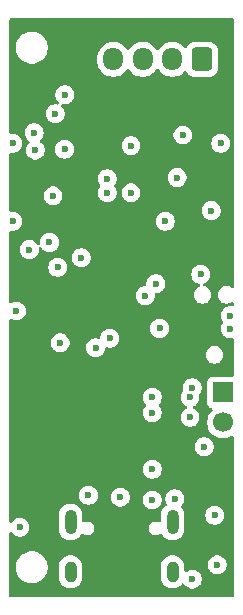
<source format=gbr>
%TF.GenerationSoftware,KiCad,Pcbnew,9.0.2*%
%TF.CreationDate,2025-06-14T09:22:04-04:00*%
%TF.ProjectId,plimsoll,706c696d-736f-46c6-9c2e-6b696361645f,rev?*%
%TF.SameCoordinates,Original*%
%TF.FileFunction,Copper,L2,Inr*%
%TF.FilePolarity,Positive*%
%FSLAX46Y46*%
G04 Gerber Fmt 4.6, Leading zero omitted, Abs format (unit mm)*
G04 Created by KiCad (PCBNEW 9.0.2) date 2025-06-14 09:22:04*
%MOMM*%
%LPD*%
G01*
G04 APERTURE LIST*
G04 Aperture macros list*
%AMRoundRect*
0 Rectangle with rounded corners*
0 $1 Rounding radius*
0 $2 $3 $4 $5 $6 $7 $8 $9 X,Y pos of 4 corners*
0 Add a 4 corners polygon primitive as box body*
4,1,4,$2,$3,$4,$5,$6,$7,$8,$9,$2,$3,0*
0 Add four circle primitives for the rounded corners*
1,1,$1+$1,$2,$3*
1,1,$1+$1,$4,$5*
1,1,$1+$1,$6,$7*
1,1,$1+$1,$8,$9*
0 Add four rect primitives between the rounded corners*
20,1,$1+$1,$2,$3,$4,$5,0*
20,1,$1+$1,$4,$5,$6,$7,0*
20,1,$1+$1,$6,$7,$8,$9,0*
20,1,$1+$1,$8,$9,$2,$3,0*%
G04 Aperture macros list end*
%TA.AperFunction,ComponentPad*%
%ADD10R,1.700000X1.700000*%
%TD*%
%TA.AperFunction,ComponentPad*%
%ADD11C,1.700000*%
%TD*%
%TA.AperFunction,ComponentPad*%
%ADD12RoundRect,0.250000X0.600000X0.725000X-0.600000X0.725000X-0.600000X-0.725000X0.600000X-0.725000X0*%
%TD*%
%TA.AperFunction,ComponentPad*%
%ADD13O,1.700000X1.950000*%
%TD*%
%TA.AperFunction,HeatsinkPad*%
%ADD14O,1.000000X2.100000*%
%TD*%
%TA.AperFunction,HeatsinkPad*%
%ADD15O,1.000000X1.800000*%
%TD*%
%TA.AperFunction,ViaPad*%
%ADD16C,0.600000*%
%TD*%
G04 APERTURE END LIST*
D10*
%TO.N,GND*%
%TO.C,J4*%
X38600000Y-52200000D03*
D11*
%TO.N,VBUS*%
X38600000Y-54740000D03*
%TD*%
D12*
%TO.N,/Signal+*%
%TO.C,J3*%
X36800000Y-24000000D03*
D13*
%TO.N,/Signal-*%
X34300000Y-24000000D03*
%TO.N,GND*%
X31800000Y-24000000D03*
%TO.N,+3.3VADC*%
X29300000Y-24000000D03*
%TD*%
D14*
%TO.N,Net-(J2-SHIELD)*%
%TO.C,J2*%
X25680000Y-63180000D03*
D15*
X25680000Y-67380000D03*
D14*
X34320000Y-63180000D03*
D15*
X34320000Y-67380000D03*
%TD*%
D16*
%TO.N,GND*%
X34700000Y-34000000D03*
X24200000Y-35556000D03*
X20800000Y-37700000D03*
X24600000Y-41600000D03*
X27800000Y-48400000D03*
X30800000Y-31300000D03*
X30800000Y-35300000D03*
X22200000Y-40100000D03*
X38400000Y-31100000D03*
X35200000Y-30400000D03*
X38100000Y-66800000D03*
X20800000Y-31100000D03*
X32600000Y-53900000D03*
X29900000Y-61059000D03*
X36000000Y-51800000D03*
X26600000Y-40800000D03*
X21400000Y-63600000D03*
X37600000Y-36800000D03*
X25174110Y-31600002D03*
X29000000Y-47600000D03*
X35800000Y-52600000D03*
X21100000Y-45300000D03*
X27200000Y-60900000D03*
X33700000Y-37700000D03*
X39200000Y-45700000D03*
X28800000Y-35300000D03*
X32600000Y-52600000D03*
X35800000Y-54300000D03*
X25200000Y-27000000D03*
X32000000Y-44000000D03*
X34500000Y-61200000D03*
X24800000Y-48000000D03*
X37900000Y-62600000D03*
%TO.N,VBUS*%
X32600000Y-61300000D03*
X36700000Y-42200000D03*
X37000000Y-56800000D03*
X32600000Y-58700000D03*
%TO.N,+3V3*%
X22800000Y-36300000D03*
X39200000Y-48600000D03*
X24601000Y-37735526D03*
X33700000Y-38900000D03*
X34700000Y-49800000D03*
X28600000Y-36300000D03*
X21200000Y-43300000D03*
X24236486Y-32800000D03*
X39200000Y-57300000D03*
X21100000Y-49800000D03*
%TO.N,/nRESET*%
X33219558Y-46776638D03*
X39200000Y-46800000D03*
%TO.N,/BOOT0*%
X23900000Y-39500000D03*
X32900000Y-43000000D03*
%TO.N,Net-(J2-SHIELD)*%
X36000000Y-68000000D03*
%TO.N,Net-(JP1-C)*%
X22600000Y-30200000D03*
%TO.N,Net-(JP2-C)*%
X24400000Y-28600000D03*
%TO.N,Net-(U6-XI)*%
X22700000Y-31674998D03*
X28800000Y-34100000D03*
%TD*%
%TA.AperFunction,Conductor*%
%TO.N,+3V3*%
G36*
X39442539Y-20520185D02*
G01*
X39488294Y-20572989D01*
X39499500Y-20624500D01*
X39499500Y-43214313D01*
X39479815Y-43281352D01*
X39427011Y-43327107D01*
X39357853Y-43337051D01*
X39306610Y-43317415D01*
X39234280Y-43269086D01*
X39234266Y-43269078D01*
X39123611Y-43223244D01*
X39098542Y-43212860D01*
X39098538Y-43212859D01*
X39098534Y-43212858D01*
X38954459Y-43184200D01*
X38954455Y-43184200D01*
X38807545Y-43184200D01*
X38807540Y-43184200D01*
X38663465Y-43212858D01*
X38663455Y-43212861D01*
X38527733Y-43269078D01*
X38527724Y-43269083D01*
X38405580Y-43350698D01*
X38405576Y-43350701D01*
X38301701Y-43454576D01*
X38301698Y-43454580D01*
X38220083Y-43576724D01*
X38220078Y-43576733D01*
X38163861Y-43712455D01*
X38163858Y-43712465D01*
X38135200Y-43856540D01*
X38135200Y-44003459D01*
X38163858Y-44147534D01*
X38163861Y-44147544D01*
X38220078Y-44283266D01*
X38220083Y-44283275D01*
X38301698Y-44405419D01*
X38301701Y-44405423D01*
X38405576Y-44509298D01*
X38405580Y-44509301D01*
X38527724Y-44590916D01*
X38527730Y-44590919D01*
X38527731Y-44590920D01*
X38663458Y-44647140D01*
X38807540Y-44675799D01*
X38807544Y-44675800D01*
X38807545Y-44675800D01*
X38954456Y-44675800D01*
X38954457Y-44675799D01*
X39098542Y-44647140D01*
X39234269Y-44590920D01*
X39306609Y-44542584D01*
X39316309Y-44539546D01*
X39323989Y-44532892D01*
X39349086Y-44529283D01*
X39373286Y-44521706D01*
X39383086Y-44524394D01*
X39393147Y-44522948D01*
X39416213Y-44533482D01*
X39440666Y-44540190D01*
X39447457Y-44547750D01*
X39456703Y-44551973D01*
X39470412Y-44573305D01*
X39487357Y-44592169D01*
X39489988Y-44603766D01*
X39494477Y-44610751D01*
X39499500Y-44645686D01*
X39499500Y-44792297D01*
X39479815Y-44859336D01*
X39427011Y-44905091D01*
X39357853Y-44915035D01*
X39351309Y-44913914D01*
X39278845Y-44899500D01*
X39278842Y-44899500D01*
X39121158Y-44899500D01*
X39121155Y-44899500D01*
X38966510Y-44930261D01*
X38966498Y-44930264D01*
X38820827Y-44990602D01*
X38820814Y-44990609D01*
X38689711Y-45078210D01*
X38689707Y-45078213D01*
X38578213Y-45189707D01*
X38578210Y-45189711D01*
X38490609Y-45320814D01*
X38490602Y-45320827D01*
X38430264Y-45466498D01*
X38430261Y-45466510D01*
X38399500Y-45621153D01*
X38399500Y-45778846D01*
X38430261Y-45933489D01*
X38430264Y-45933501D01*
X38490602Y-46079172D01*
X38490609Y-46079185D01*
X38558713Y-46181109D01*
X38579591Y-46247787D01*
X38561107Y-46315167D01*
X38558713Y-46318891D01*
X38490609Y-46420814D01*
X38490602Y-46420827D01*
X38430264Y-46566498D01*
X38430261Y-46566510D01*
X38399500Y-46721153D01*
X38399500Y-46878846D01*
X38430261Y-47033489D01*
X38430264Y-47033501D01*
X38490602Y-47179172D01*
X38490609Y-47179185D01*
X38578210Y-47310288D01*
X38578213Y-47310292D01*
X38689707Y-47421786D01*
X38689711Y-47421789D01*
X38820814Y-47509390D01*
X38820827Y-47509397D01*
X38910104Y-47546376D01*
X38966503Y-47569737D01*
X39116131Y-47599500D01*
X39121153Y-47600499D01*
X39121156Y-47600500D01*
X39121158Y-47600500D01*
X39278843Y-47600500D01*
X39294564Y-47597372D01*
X39351309Y-47586085D01*
X39420899Y-47592312D01*
X39476077Y-47635174D01*
X39499322Y-47701063D01*
X39499500Y-47707702D01*
X39499500Y-50725500D01*
X39479815Y-50792539D01*
X39427011Y-50838294D01*
X39375500Y-50849500D01*
X37702129Y-50849500D01*
X37702123Y-50849501D01*
X37642516Y-50855908D01*
X37507671Y-50906202D01*
X37507664Y-50906206D01*
X37392455Y-50992452D01*
X37392452Y-50992455D01*
X37306206Y-51107664D01*
X37306202Y-51107671D01*
X37255908Y-51242517D01*
X37249501Y-51302116D01*
X37249500Y-51302135D01*
X37249500Y-53097870D01*
X37249501Y-53097876D01*
X37255908Y-53157483D01*
X37306202Y-53292328D01*
X37306206Y-53292335D01*
X37392452Y-53407544D01*
X37392455Y-53407547D01*
X37507664Y-53493793D01*
X37507671Y-53493797D01*
X37639082Y-53542810D01*
X37695016Y-53584681D01*
X37719433Y-53650145D01*
X37704582Y-53718418D01*
X37683431Y-53746673D01*
X37569889Y-53860215D01*
X37444951Y-54032179D01*
X37348444Y-54221585D01*
X37282753Y-54423760D01*
X37267227Y-54521789D01*
X37249500Y-54633713D01*
X37249500Y-54846287D01*
X37282754Y-55056243D01*
X37287138Y-55069737D01*
X37348444Y-55258414D01*
X37444951Y-55447820D01*
X37569890Y-55619786D01*
X37720213Y-55770109D01*
X37892179Y-55895048D01*
X37892181Y-55895049D01*
X37892184Y-55895051D01*
X38081588Y-55991557D01*
X38283757Y-56057246D01*
X38493713Y-56090500D01*
X38493714Y-56090500D01*
X38706286Y-56090500D01*
X38706287Y-56090500D01*
X38916243Y-56057246D01*
X39118412Y-55991557D01*
X39307816Y-55895051D01*
X39307834Y-55895037D01*
X39310710Y-55893277D01*
X39311962Y-55892938D01*
X39312157Y-55892839D01*
X39312177Y-55892879D01*
X39378156Y-55875033D01*
X39444759Y-55896150D01*
X39489372Y-55949921D01*
X39499500Y-55999005D01*
X39499500Y-69375500D01*
X39479815Y-69442539D01*
X39427011Y-69488294D01*
X39375500Y-69499500D01*
X20624500Y-69499500D01*
X20557461Y-69479815D01*
X20511706Y-69427011D01*
X20500500Y-69375500D01*
X20500500Y-66893713D01*
X21049500Y-66893713D01*
X21049500Y-67106286D01*
X21081810Y-67310288D01*
X21082754Y-67316243D01*
X21139117Y-67489711D01*
X21148444Y-67518414D01*
X21244951Y-67707820D01*
X21369890Y-67879786D01*
X21520213Y-68030109D01*
X21692179Y-68155048D01*
X21692181Y-68155049D01*
X21692184Y-68155051D01*
X21881588Y-68251557D01*
X22083757Y-68317246D01*
X22293713Y-68350500D01*
X22293714Y-68350500D01*
X22506286Y-68350500D01*
X22506287Y-68350500D01*
X22716243Y-68317246D01*
X22918412Y-68251557D01*
X23107816Y-68155051D01*
X23212707Y-68078844D01*
X23279786Y-68030109D01*
X23279788Y-68030106D01*
X23279792Y-68030104D01*
X23430104Y-67879792D01*
X23430106Y-67879788D01*
X23430109Y-67879786D01*
X23431012Y-67878543D01*
X24679499Y-67878543D01*
X24717947Y-68071829D01*
X24717950Y-68071839D01*
X24793364Y-68253907D01*
X24793371Y-68253920D01*
X24902860Y-68417781D01*
X24902863Y-68417785D01*
X25042214Y-68557136D01*
X25042218Y-68557139D01*
X25206079Y-68666628D01*
X25206092Y-68666635D01*
X25388160Y-68742049D01*
X25388165Y-68742051D01*
X25388169Y-68742051D01*
X25388170Y-68742052D01*
X25581456Y-68780500D01*
X25581459Y-68780500D01*
X25778543Y-68780500D01*
X25908582Y-68754632D01*
X25971835Y-68742051D01*
X26153914Y-68666632D01*
X26317782Y-68557139D01*
X26457139Y-68417782D01*
X26566632Y-68253914D01*
X26642051Y-68071835D01*
X26672023Y-67921158D01*
X26680500Y-67878543D01*
X33319499Y-67878543D01*
X33357947Y-68071829D01*
X33357950Y-68071839D01*
X33433364Y-68253907D01*
X33433371Y-68253920D01*
X33542860Y-68417781D01*
X33542863Y-68417785D01*
X33682214Y-68557136D01*
X33682218Y-68557139D01*
X33846079Y-68666628D01*
X33846092Y-68666635D01*
X34028160Y-68742049D01*
X34028165Y-68742051D01*
X34028169Y-68742051D01*
X34028170Y-68742052D01*
X34221456Y-68780500D01*
X34221459Y-68780500D01*
X34418543Y-68780500D01*
X34548582Y-68754632D01*
X34611835Y-68742051D01*
X34793914Y-68666632D01*
X34957782Y-68557139D01*
X35097139Y-68417782D01*
X35103666Y-68408012D01*
X35157277Y-68363208D01*
X35226602Y-68354499D01*
X35289630Y-68384653D01*
X35309871Y-68408012D01*
X35378210Y-68510288D01*
X35378213Y-68510292D01*
X35489707Y-68621786D01*
X35489711Y-68621789D01*
X35620814Y-68709390D01*
X35620827Y-68709397D01*
X35766498Y-68769735D01*
X35766503Y-68769737D01*
X35921153Y-68800499D01*
X35921156Y-68800500D01*
X35921158Y-68800500D01*
X36078844Y-68800500D01*
X36078845Y-68800499D01*
X36233497Y-68769737D01*
X36379179Y-68709394D01*
X36510289Y-68621789D01*
X36621789Y-68510289D01*
X36709394Y-68379179D01*
X36769737Y-68233497D01*
X36800500Y-68078842D01*
X36800500Y-67921158D01*
X36800500Y-67921155D01*
X36800499Y-67921153D01*
X36792272Y-67879792D01*
X36769737Y-67766503D01*
X36745428Y-67707816D01*
X36709397Y-67620827D01*
X36709390Y-67620814D01*
X36621789Y-67489711D01*
X36621786Y-67489707D01*
X36510292Y-67378213D01*
X36510288Y-67378210D01*
X36379185Y-67290609D01*
X36379172Y-67290602D01*
X36233501Y-67230264D01*
X36233489Y-67230261D01*
X36078845Y-67199500D01*
X36078842Y-67199500D01*
X35921158Y-67199500D01*
X35921155Y-67199500D01*
X35766510Y-67230261D01*
X35766498Y-67230264D01*
X35620827Y-67290602D01*
X35620814Y-67290609D01*
X35513391Y-67362388D01*
X35446713Y-67383266D01*
X35379333Y-67364782D01*
X35332643Y-67312803D01*
X35320500Y-67259286D01*
X35320500Y-66881456D01*
X35320499Y-66881454D01*
X35292215Y-66739257D01*
X35288613Y-66721153D01*
X37299500Y-66721153D01*
X37299500Y-66878846D01*
X37330261Y-67033489D01*
X37330264Y-67033501D01*
X37390602Y-67179172D01*
X37390609Y-67179185D01*
X37478210Y-67310288D01*
X37478213Y-67310292D01*
X37589707Y-67421786D01*
X37589711Y-67421789D01*
X37720814Y-67509390D01*
X37720827Y-67509397D01*
X37866498Y-67569735D01*
X37866503Y-67569737D01*
X38021153Y-67600499D01*
X38021156Y-67600500D01*
X38021158Y-67600500D01*
X38178844Y-67600500D01*
X38178845Y-67600499D01*
X38333497Y-67569737D01*
X38457403Y-67518414D01*
X38479172Y-67509397D01*
X38479172Y-67509396D01*
X38479179Y-67509394D01*
X38610289Y-67421789D01*
X38721789Y-67310289D01*
X38809394Y-67179179D01*
X38869737Y-67033497D01*
X38900500Y-66878842D01*
X38900500Y-66721158D01*
X38900500Y-66721155D01*
X38900499Y-66721153D01*
X38869738Y-66566510D01*
X38869737Y-66566503D01*
X38844709Y-66506079D01*
X38809397Y-66420827D01*
X38809390Y-66420814D01*
X38721789Y-66289711D01*
X38721786Y-66289707D01*
X38610292Y-66178213D01*
X38610288Y-66178210D01*
X38479185Y-66090609D01*
X38479172Y-66090602D01*
X38333501Y-66030264D01*
X38333489Y-66030261D01*
X38178845Y-65999500D01*
X38178842Y-65999500D01*
X38021158Y-65999500D01*
X38021155Y-65999500D01*
X37866510Y-66030261D01*
X37866498Y-66030264D01*
X37720827Y-66090602D01*
X37720814Y-66090609D01*
X37589711Y-66178210D01*
X37589707Y-66178213D01*
X37478213Y-66289707D01*
X37478210Y-66289711D01*
X37390609Y-66420814D01*
X37390602Y-66420827D01*
X37330264Y-66566498D01*
X37330261Y-66566510D01*
X37299500Y-66721153D01*
X35288613Y-66721153D01*
X35286421Y-66710134D01*
X35282051Y-66688165D01*
X35280225Y-66683757D01*
X35206635Y-66506092D01*
X35206628Y-66506079D01*
X35097139Y-66342218D01*
X35097136Y-66342214D01*
X34957785Y-66202863D01*
X34957781Y-66202860D01*
X34793920Y-66093371D01*
X34793907Y-66093364D01*
X34611839Y-66017950D01*
X34611829Y-66017947D01*
X34418543Y-65979500D01*
X34418541Y-65979500D01*
X34221459Y-65979500D01*
X34221457Y-65979500D01*
X34028170Y-66017947D01*
X34028160Y-66017950D01*
X33846092Y-66093364D01*
X33846079Y-66093371D01*
X33682218Y-66202860D01*
X33682214Y-66202863D01*
X33542863Y-66342214D01*
X33542860Y-66342218D01*
X33433371Y-66506079D01*
X33433364Y-66506092D01*
X33357950Y-66688160D01*
X33357947Y-66688170D01*
X33319500Y-66881456D01*
X33319500Y-66881459D01*
X33319500Y-67878541D01*
X33319500Y-67878543D01*
X33319499Y-67878543D01*
X26680500Y-67878543D01*
X26680500Y-66881456D01*
X26642052Y-66688170D01*
X26642051Y-66688169D01*
X26642051Y-66688165D01*
X26640225Y-66683757D01*
X26566635Y-66506092D01*
X26566628Y-66506079D01*
X26457139Y-66342218D01*
X26457136Y-66342214D01*
X26317785Y-66202863D01*
X26317781Y-66202860D01*
X26153920Y-66093371D01*
X26153907Y-66093364D01*
X25971839Y-66017950D01*
X25971829Y-66017947D01*
X25778543Y-65979500D01*
X25778541Y-65979500D01*
X25581459Y-65979500D01*
X25581457Y-65979500D01*
X25388170Y-66017947D01*
X25388160Y-66017950D01*
X25206092Y-66093364D01*
X25206079Y-66093371D01*
X25042218Y-66202860D01*
X25042214Y-66202863D01*
X24902863Y-66342214D01*
X24902860Y-66342218D01*
X24793371Y-66506079D01*
X24793364Y-66506092D01*
X24717950Y-66688160D01*
X24717947Y-66688170D01*
X24679500Y-66881456D01*
X24679500Y-66881459D01*
X24679500Y-67878541D01*
X24679500Y-67878543D01*
X24679499Y-67878543D01*
X23431012Y-67878543D01*
X23555048Y-67707820D01*
X23555047Y-67707820D01*
X23555051Y-67707816D01*
X23651557Y-67518412D01*
X23717246Y-67316243D01*
X23750500Y-67106287D01*
X23750500Y-66893713D01*
X23717246Y-66683757D01*
X23651557Y-66481588D01*
X23555051Y-66292184D01*
X23555049Y-66292181D01*
X23555048Y-66292179D01*
X23430109Y-66120213D01*
X23279786Y-65969890D01*
X23107820Y-65844951D01*
X22918414Y-65748444D01*
X22918413Y-65748443D01*
X22918412Y-65748443D01*
X22716243Y-65682754D01*
X22716241Y-65682753D01*
X22716240Y-65682753D01*
X22554957Y-65657208D01*
X22506287Y-65649500D01*
X22293713Y-65649500D01*
X22245042Y-65657208D01*
X22083760Y-65682753D01*
X21881585Y-65748444D01*
X21692179Y-65844951D01*
X21520213Y-65969890D01*
X21369890Y-66120213D01*
X21244951Y-66292179D01*
X21148444Y-66481585D01*
X21082753Y-66683760D01*
X21049500Y-66893713D01*
X20500500Y-66893713D01*
X20500500Y-64103439D01*
X20520185Y-64036400D01*
X20572989Y-63990645D01*
X20642147Y-63980701D01*
X20705703Y-64009726D01*
X20727602Y-64034548D01*
X20778210Y-64110288D01*
X20778213Y-64110292D01*
X20889707Y-64221786D01*
X20889711Y-64221789D01*
X21020814Y-64309390D01*
X21020827Y-64309397D01*
X21161781Y-64367781D01*
X21166503Y-64369737D01*
X21321153Y-64400499D01*
X21321156Y-64400500D01*
X21321158Y-64400500D01*
X21478844Y-64400500D01*
X21478845Y-64400499D01*
X21633497Y-64369737D01*
X21779179Y-64309394D01*
X21910289Y-64221789D01*
X22021789Y-64110289D01*
X22109394Y-63979179D01*
X22169737Y-63833497D01*
X22170722Y-63828543D01*
X24679499Y-63828543D01*
X24717947Y-64021829D01*
X24717950Y-64021839D01*
X24793364Y-64203907D01*
X24793371Y-64203920D01*
X24902860Y-64367781D01*
X24902863Y-64367785D01*
X25042214Y-64507136D01*
X25042218Y-64507139D01*
X25206079Y-64616628D01*
X25206092Y-64616635D01*
X25388160Y-64692049D01*
X25388165Y-64692051D01*
X25388169Y-64692051D01*
X25388170Y-64692052D01*
X25581456Y-64730500D01*
X25581459Y-64730500D01*
X25778543Y-64730500D01*
X25908582Y-64704632D01*
X25971835Y-64692051D01*
X26153914Y-64616632D01*
X26317782Y-64507139D01*
X26457139Y-64367782D01*
X26566632Y-64203914D01*
X26566635Y-64203906D01*
X26569446Y-64198648D01*
X26618405Y-64148800D01*
X26686542Y-64133335D01*
X26752223Y-64157163D01*
X26754300Y-64158722D01*
X26756632Y-64160512D01*
X26756635Y-64160515D01*
X26887865Y-64236281D01*
X27034234Y-64275500D01*
X27034236Y-64275500D01*
X27185764Y-64275500D01*
X27185766Y-64275500D01*
X27332135Y-64236281D01*
X27463365Y-64160515D01*
X27570515Y-64053365D01*
X27646281Y-63922135D01*
X27685500Y-63775766D01*
X27685500Y-63624234D01*
X32314500Y-63624234D01*
X32314500Y-63775765D01*
X32353719Y-63922136D01*
X32386657Y-63979185D01*
X32429485Y-64053365D01*
X32536635Y-64160515D01*
X32667865Y-64236281D01*
X32814234Y-64275500D01*
X32814236Y-64275500D01*
X32965764Y-64275500D01*
X32965766Y-64275500D01*
X33112135Y-64236281D01*
X33243365Y-64160515D01*
X33243372Y-64160507D01*
X33245694Y-64158726D01*
X33248021Y-64157825D01*
X33250403Y-64156451D01*
X33250617Y-64156822D01*
X33310861Y-64133525D01*
X33379307Y-64147556D01*
X33429302Y-64196365D01*
X33430551Y-64198644D01*
X33433369Y-64203916D01*
X33542860Y-64367781D01*
X33542863Y-64367785D01*
X33682214Y-64507136D01*
X33682218Y-64507139D01*
X33846079Y-64616628D01*
X33846092Y-64616635D01*
X34028160Y-64692049D01*
X34028165Y-64692051D01*
X34028169Y-64692051D01*
X34028170Y-64692052D01*
X34221456Y-64730500D01*
X34221459Y-64730500D01*
X34418543Y-64730500D01*
X34548582Y-64704632D01*
X34611835Y-64692051D01*
X34793914Y-64616632D01*
X34957782Y-64507139D01*
X35097139Y-64367782D01*
X35206632Y-64203914D01*
X35282051Y-64021835D01*
X35301883Y-63922135D01*
X35320500Y-63828543D01*
X35320500Y-62531459D01*
X35320499Y-62531453D01*
X35318450Y-62521153D01*
X37099500Y-62521153D01*
X37099500Y-62678846D01*
X37130261Y-62833489D01*
X37130264Y-62833501D01*
X37190602Y-62979172D01*
X37190609Y-62979185D01*
X37278210Y-63110288D01*
X37278213Y-63110292D01*
X37389707Y-63221786D01*
X37389711Y-63221789D01*
X37520814Y-63309390D01*
X37520827Y-63309397D01*
X37610722Y-63346632D01*
X37666503Y-63369737D01*
X37821153Y-63400499D01*
X37821156Y-63400500D01*
X37821158Y-63400500D01*
X37978844Y-63400500D01*
X37978845Y-63400499D01*
X38133497Y-63369737D01*
X38279179Y-63309394D01*
X38410289Y-63221789D01*
X38521789Y-63110289D01*
X38609394Y-62979179D01*
X38669737Y-62833497D01*
X38700500Y-62678842D01*
X38700500Y-62521158D01*
X38700500Y-62521155D01*
X38700499Y-62521153D01*
X38669738Y-62366510D01*
X38669737Y-62366503D01*
X38657997Y-62338160D01*
X38609397Y-62220827D01*
X38609390Y-62220814D01*
X38521789Y-62089711D01*
X38521786Y-62089707D01*
X38410292Y-61978213D01*
X38410288Y-61978210D01*
X38279185Y-61890609D01*
X38279172Y-61890602D01*
X38133501Y-61830264D01*
X38133489Y-61830261D01*
X37978845Y-61799500D01*
X37978842Y-61799500D01*
X37821158Y-61799500D01*
X37821155Y-61799500D01*
X37666510Y-61830261D01*
X37666498Y-61830264D01*
X37520827Y-61890602D01*
X37520814Y-61890609D01*
X37389711Y-61978210D01*
X37389707Y-61978213D01*
X37278213Y-62089707D01*
X37278210Y-62089711D01*
X37190609Y-62220814D01*
X37190602Y-62220827D01*
X37130264Y-62366498D01*
X37130261Y-62366510D01*
X37099500Y-62521153D01*
X35318450Y-62521153D01*
X35282052Y-62338170D01*
X35282051Y-62338169D01*
X35282051Y-62338165D01*
X35282049Y-62338160D01*
X35206635Y-62156092D01*
X35206628Y-62156079D01*
X35097139Y-61992218D01*
X35097136Y-61992214D01*
X35056181Y-61951259D01*
X35022696Y-61889936D01*
X35027680Y-61820244D01*
X35056179Y-61775898D01*
X35121789Y-61710289D01*
X35209394Y-61579179D01*
X35269737Y-61433497D01*
X35300500Y-61278842D01*
X35300500Y-61121158D01*
X35300500Y-61121155D01*
X35300499Y-61121153D01*
X35272453Y-60980158D01*
X35269737Y-60966503D01*
X35250812Y-60920814D01*
X35209397Y-60820827D01*
X35209390Y-60820814D01*
X35121789Y-60689711D01*
X35121786Y-60689707D01*
X35010292Y-60578213D01*
X35010288Y-60578210D01*
X34879185Y-60490609D01*
X34879172Y-60490602D01*
X34733501Y-60430264D01*
X34733489Y-60430261D01*
X34578845Y-60399500D01*
X34578842Y-60399500D01*
X34421158Y-60399500D01*
X34421155Y-60399500D01*
X34266510Y-60430261D01*
X34266498Y-60430264D01*
X34120827Y-60490602D01*
X34120814Y-60490609D01*
X33989711Y-60578210D01*
X33989707Y-60578213D01*
X33878213Y-60689707D01*
X33878210Y-60689711D01*
X33790609Y-60820814D01*
X33790602Y-60820827D01*
X33730264Y-60966498D01*
X33730261Y-60966510D01*
X33699500Y-61121153D01*
X33699500Y-61278846D01*
X33730261Y-61433489D01*
X33730264Y-61433501D01*
X33790602Y-61579172D01*
X33790609Y-61579185D01*
X33814684Y-61615215D01*
X33835562Y-61681892D01*
X33817078Y-61749273D01*
X33780473Y-61787208D01*
X33682218Y-61852860D01*
X33682214Y-61852863D01*
X33542863Y-61992214D01*
X33542860Y-61992218D01*
X33433371Y-62156079D01*
X33433364Y-62156092D01*
X33357950Y-62338160D01*
X33357947Y-62338170D01*
X33319500Y-62531456D01*
X33319500Y-63068666D01*
X33299815Y-63135705D01*
X33247011Y-63181460D01*
X33177853Y-63191404D01*
X33133501Y-63176054D01*
X33112137Y-63163719D01*
X33007584Y-63135705D01*
X32965766Y-63124500D01*
X32814234Y-63124500D01*
X32667863Y-63163719D01*
X32536635Y-63239485D01*
X32536632Y-63239487D01*
X32429487Y-63346632D01*
X32429485Y-63346635D01*
X32353719Y-63477863D01*
X32314500Y-63624234D01*
X27685500Y-63624234D01*
X27646281Y-63477865D01*
X27570515Y-63346635D01*
X27463365Y-63239485D01*
X27380087Y-63191404D01*
X27332136Y-63163719D01*
X27227584Y-63135705D01*
X27185766Y-63124500D01*
X27034234Y-63124500D01*
X26887862Y-63163719D01*
X26866499Y-63176054D01*
X26798598Y-63192525D01*
X26732572Y-63169673D01*
X26689382Y-63114751D01*
X26680500Y-63068666D01*
X26680500Y-62531456D01*
X26642052Y-62338170D01*
X26642051Y-62338169D01*
X26642051Y-62338165D01*
X26642049Y-62338160D01*
X26566635Y-62156092D01*
X26566628Y-62156079D01*
X26457139Y-61992218D01*
X26457136Y-61992214D01*
X26317785Y-61852863D01*
X26317781Y-61852860D01*
X26153920Y-61743371D01*
X26153907Y-61743364D01*
X25971839Y-61667950D01*
X25971829Y-61667947D01*
X25778543Y-61629500D01*
X25778541Y-61629500D01*
X25581459Y-61629500D01*
X25581457Y-61629500D01*
X25388170Y-61667947D01*
X25388160Y-61667950D01*
X25206092Y-61743364D01*
X25206079Y-61743371D01*
X25042218Y-61852860D01*
X25042214Y-61852863D01*
X24902863Y-61992214D01*
X24902860Y-61992218D01*
X24793371Y-62156079D01*
X24793364Y-62156092D01*
X24717950Y-62338160D01*
X24717947Y-62338170D01*
X24679500Y-62531456D01*
X24679500Y-62531459D01*
X24679500Y-63828541D01*
X24679500Y-63828543D01*
X24679499Y-63828543D01*
X22170722Y-63828543D01*
X22200500Y-63678842D01*
X22200500Y-63521158D01*
X22200500Y-63521155D01*
X22200499Y-63521153D01*
X22169738Y-63366510D01*
X22169737Y-63366503D01*
X22169735Y-63366498D01*
X22109397Y-63220827D01*
X22109390Y-63220814D01*
X22021789Y-63089711D01*
X22021786Y-63089707D01*
X21910292Y-62978213D01*
X21910288Y-62978210D01*
X21779185Y-62890609D01*
X21779172Y-62890602D01*
X21633501Y-62830264D01*
X21633489Y-62830261D01*
X21478845Y-62799500D01*
X21478842Y-62799500D01*
X21321158Y-62799500D01*
X21321155Y-62799500D01*
X21166510Y-62830261D01*
X21166498Y-62830264D01*
X21020827Y-62890602D01*
X21020814Y-62890609D01*
X20889711Y-62978210D01*
X20889707Y-62978213D01*
X20778213Y-63089707D01*
X20778210Y-63089711D01*
X20727602Y-63165451D01*
X20673989Y-63210256D01*
X20604664Y-63218963D01*
X20541637Y-63188808D01*
X20504918Y-63129365D01*
X20500500Y-63096560D01*
X20500500Y-60821153D01*
X26399500Y-60821153D01*
X26399500Y-60978846D01*
X26430261Y-61133489D01*
X26430264Y-61133501D01*
X26490602Y-61279172D01*
X26490609Y-61279185D01*
X26578210Y-61410288D01*
X26578213Y-61410292D01*
X26689707Y-61521786D01*
X26689711Y-61521789D01*
X26820814Y-61609390D01*
X26820827Y-61609397D01*
X26962186Y-61667949D01*
X26966503Y-61669737D01*
X27121153Y-61700499D01*
X27121156Y-61700500D01*
X27121158Y-61700500D01*
X27278844Y-61700500D01*
X27278845Y-61700499D01*
X27433497Y-61669737D01*
X27579179Y-61609394D01*
X27710289Y-61521789D01*
X27821789Y-61410289D01*
X27909394Y-61279179D01*
X27969737Y-61133497D01*
X28000239Y-60980153D01*
X29099500Y-60980153D01*
X29099500Y-61137846D01*
X29130261Y-61292489D01*
X29130264Y-61292501D01*
X29190602Y-61438172D01*
X29190609Y-61438185D01*
X29278210Y-61569288D01*
X29278213Y-61569292D01*
X29389707Y-61680786D01*
X29389711Y-61680789D01*
X29520814Y-61768390D01*
X29520827Y-61768397D01*
X29621965Y-61810289D01*
X29666503Y-61828737D01*
X29821153Y-61859499D01*
X29821156Y-61859500D01*
X29821158Y-61859500D01*
X29978844Y-61859500D01*
X29978845Y-61859499D01*
X30133497Y-61828737D01*
X30246166Y-61782067D01*
X30279172Y-61768397D01*
X30279172Y-61768396D01*
X30279179Y-61768394D01*
X30410289Y-61680789D01*
X30521789Y-61569289D01*
X30609394Y-61438179D01*
X30669737Y-61292497D01*
X30673706Y-61272538D01*
X30683928Y-61221153D01*
X31799500Y-61221153D01*
X31799500Y-61378846D01*
X31830261Y-61533489D01*
X31830264Y-61533501D01*
X31890602Y-61679172D01*
X31890609Y-61679185D01*
X31978210Y-61810288D01*
X31978213Y-61810292D01*
X32089707Y-61921786D01*
X32089711Y-61921789D01*
X32220814Y-62009390D01*
X32220827Y-62009397D01*
X32366498Y-62069735D01*
X32366503Y-62069737D01*
X32521153Y-62100499D01*
X32521156Y-62100500D01*
X32521158Y-62100500D01*
X32678844Y-62100500D01*
X32678845Y-62100499D01*
X32833497Y-62069737D01*
X32979179Y-62009394D01*
X33110289Y-61921789D01*
X33221789Y-61810289D01*
X33309394Y-61679179D01*
X33369737Y-61533497D01*
X33400500Y-61378842D01*
X33400500Y-61221158D01*
X33400500Y-61221155D01*
X33400499Y-61221153D01*
X33383928Y-61137846D01*
X33369737Y-61066503D01*
X33328314Y-60966498D01*
X33309397Y-60920827D01*
X33309390Y-60920814D01*
X33221789Y-60789711D01*
X33221786Y-60789707D01*
X33110292Y-60678213D01*
X33110288Y-60678210D01*
X32979185Y-60590609D01*
X32979172Y-60590602D01*
X32833501Y-60530264D01*
X32833489Y-60530261D01*
X32678845Y-60499500D01*
X32678842Y-60499500D01*
X32521158Y-60499500D01*
X32521155Y-60499500D01*
X32366510Y-60530261D01*
X32366498Y-60530264D01*
X32220827Y-60590602D01*
X32220814Y-60590609D01*
X32089711Y-60678210D01*
X32089707Y-60678213D01*
X31978213Y-60789707D01*
X31978210Y-60789711D01*
X31890609Y-60920814D01*
X31890602Y-60920827D01*
X31830264Y-61066498D01*
X31830261Y-61066510D01*
X31799500Y-61221153D01*
X30683928Y-61221153D01*
X30689952Y-61190874D01*
X30689952Y-61190873D01*
X30700499Y-61137846D01*
X30700500Y-61137844D01*
X30700500Y-60980155D01*
X30700499Y-60980153D01*
X30669738Y-60825510D01*
X30669737Y-60825503D01*
X30613489Y-60689707D01*
X30609397Y-60679827D01*
X30609390Y-60679814D01*
X30521789Y-60548711D01*
X30521786Y-60548707D01*
X30410292Y-60437213D01*
X30410288Y-60437210D01*
X30279185Y-60349609D01*
X30279172Y-60349602D01*
X30133501Y-60289264D01*
X30133489Y-60289261D01*
X29978845Y-60258500D01*
X29978842Y-60258500D01*
X29821158Y-60258500D01*
X29821155Y-60258500D01*
X29666510Y-60289261D01*
X29666498Y-60289264D01*
X29520827Y-60349602D01*
X29520814Y-60349609D01*
X29389711Y-60437210D01*
X29389707Y-60437213D01*
X29278213Y-60548707D01*
X29278210Y-60548711D01*
X29190609Y-60679814D01*
X29190602Y-60679827D01*
X29130264Y-60825498D01*
X29130261Y-60825510D01*
X29099500Y-60980153D01*
X28000239Y-60980153D01*
X28000500Y-60978842D01*
X28000500Y-60821158D01*
X28000500Y-60821155D01*
X28000499Y-60821153D01*
X27974353Y-60689711D01*
X27969737Y-60666503D01*
X27938298Y-60590602D01*
X27909397Y-60520827D01*
X27909390Y-60520814D01*
X27821789Y-60389711D01*
X27821786Y-60389707D01*
X27710292Y-60278213D01*
X27710288Y-60278210D01*
X27579185Y-60190609D01*
X27579172Y-60190602D01*
X27433501Y-60130264D01*
X27433489Y-60130261D01*
X27278845Y-60099500D01*
X27278842Y-60099500D01*
X27121158Y-60099500D01*
X27121155Y-60099500D01*
X26966510Y-60130261D01*
X26966498Y-60130264D01*
X26820827Y-60190602D01*
X26820814Y-60190609D01*
X26689711Y-60278210D01*
X26689707Y-60278213D01*
X26578213Y-60389707D01*
X26578210Y-60389711D01*
X26490609Y-60520814D01*
X26490602Y-60520827D01*
X26430264Y-60666498D01*
X26430261Y-60666510D01*
X26399500Y-60821153D01*
X20500500Y-60821153D01*
X20500500Y-58621153D01*
X31799500Y-58621153D01*
X31799500Y-58778846D01*
X31830261Y-58933489D01*
X31830264Y-58933501D01*
X31890602Y-59079172D01*
X31890609Y-59079185D01*
X31978210Y-59210288D01*
X31978213Y-59210292D01*
X32089707Y-59321786D01*
X32089711Y-59321789D01*
X32220814Y-59409390D01*
X32220827Y-59409397D01*
X32366498Y-59469735D01*
X32366503Y-59469737D01*
X32521153Y-59500499D01*
X32521156Y-59500500D01*
X32521158Y-59500500D01*
X32678844Y-59500500D01*
X32678845Y-59500499D01*
X32833497Y-59469737D01*
X32979179Y-59409394D01*
X33110289Y-59321789D01*
X33221789Y-59210289D01*
X33309394Y-59079179D01*
X33369737Y-58933497D01*
X33400500Y-58778842D01*
X33400500Y-58621158D01*
X33400500Y-58621155D01*
X33400499Y-58621153D01*
X33369738Y-58466510D01*
X33369737Y-58466503D01*
X33369735Y-58466498D01*
X33309397Y-58320827D01*
X33309390Y-58320814D01*
X33221789Y-58189711D01*
X33221786Y-58189707D01*
X33110292Y-58078213D01*
X33110288Y-58078210D01*
X32979185Y-57990609D01*
X32979172Y-57990602D01*
X32833501Y-57930264D01*
X32833489Y-57930261D01*
X32678845Y-57899500D01*
X32678842Y-57899500D01*
X32521158Y-57899500D01*
X32521155Y-57899500D01*
X32366510Y-57930261D01*
X32366498Y-57930264D01*
X32220827Y-57990602D01*
X32220814Y-57990609D01*
X32089711Y-58078210D01*
X32089707Y-58078213D01*
X31978213Y-58189707D01*
X31978210Y-58189711D01*
X31890609Y-58320814D01*
X31890602Y-58320827D01*
X31830264Y-58466498D01*
X31830261Y-58466510D01*
X31799500Y-58621153D01*
X20500500Y-58621153D01*
X20500500Y-56721153D01*
X36199500Y-56721153D01*
X36199500Y-56878846D01*
X36230261Y-57033489D01*
X36230264Y-57033501D01*
X36290602Y-57179172D01*
X36290609Y-57179185D01*
X36378210Y-57310288D01*
X36378213Y-57310292D01*
X36489707Y-57421786D01*
X36489711Y-57421789D01*
X36620814Y-57509390D01*
X36620827Y-57509397D01*
X36766498Y-57569735D01*
X36766503Y-57569737D01*
X36921153Y-57600499D01*
X36921156Y-57600500D01*
X36921158Y-57600500D01*
X37078844Y-57600500D01*
X37078845Y-57600499D01*
X37233497Y-57569737D01*
X37379179Y-57509394D01*
X37510289Y-57421789D01*
X37621789Y-57310289D01*
X37709394Y-57179179D01*
X37769737Y-57033497D01*
X37800500Y-56878842D01*
X37800500Y-56721158D01*
X37800500Y-56721155D01*
X37800499Y-56721153D01*
X37769738Y-56566510D01*
X37769737Y-56566503D01*
X37769735Y-56566498D01*
X37709397Y-56420827D01*
X37709390Y-56420814D01*
X37621789Y-56289711D01*
X37621786Y-56289707D01*
X37510292Y-56178213D01*
X37510288Y-56178210D01*
X37379185Y-56090609D01*
X37379172Y-56090602D01*
X37233501Y-56030264D01*
X37233489Y-56030261D01*
X37078845Y-55999500D01*
X37078842Y-55999500D01*
X36921158Y-55999500D01*
X36921155Y-55999500D01*
X36766510Y-56030261D01*
X36766498Y-56030264D01*
X36620827Y-56090602D01*
X36620814Y-56090609D01*
X36489711Y-56178210D01*
X36489707Y-56178213D01*
X36378213Y-56289707D01*
X36378210Y-56289711D01*
X36290609Y-56420814D01*
X36290602Y-56420827D01*
X36230264Y-56566498D01*
X36230261Y-56566510D01*
X36199500Y-56721153D01*
X20500500Y-56721153D01*
X20500500Y-52521153D01*
X31799500Y-52521153D01*
X31799500Y-52678846D01*
X31830261Y-52833489D01*
X31830264Y-52833501D01*
X31890602Y-52979172D01*
X31890609Y-52979185D01*
X31978210Y-53110288D01*
X31978213Y-53110292D01*
X32030240Y-53162319D01*
X32063725Y-53223642D01*
X32058741Y-53293334D01*
X32030240Y-53337681D01*
X31978213Y-53389707D01*
X31978210Y-53389711D01*
X31890609Y-53520814D01*
X31890602Y-53520827D01*
X31830264Y-53666498D01*
X31830261Y-53666510D01*
X31799500Y-53821153D01*
X31799500Y-53978846D01*
X31830261Y-54133489D01*
X31830264Y-54133501D01*
X31890602Y-54279172D01*
X31890609Y-54279185D01*
X31978210Y-54410288D01*
X31978213Y-54410292D01*
X32089707Y-54521786D01*
X32089711Y-54521789D01*
X32220814Y-54609390D01*
X32220827Y-54609397D01*
X32366498Y-54669735D01*
X32366503Y-54669737D01*
X32521153Y-54700499D01*
X32521156Y-54700500D01*
X32521158Y-54700500D01*
X32678844Y-54700500D01*
X32678845Y-54700499D01*
X32833497Y-54669737D01*
X32979179Y-54609394D01*
X33110289Y-54521789D01*
X33221789Y-54410289D01*
X33309394Y-54279179D01*
X33369737Y-54133497D01*
X33400500Y-53978842D01*
X33400500Y-53821158D01*
X33400500Y-53821155D01*
X33400499Y-53821153D01*
X33385684Y-53746673D01*
X33369737Y-53666503D01*
X33338298Y-53590602D01*
X33309397Y-53520827D01*
X33309390Y-53520814D01*
X33221789Y-53389711D01*
X33221786Y-53389707D01*
X33169760Y-53337681D01*
X33136275Y-53276358D01*
X33141259Y-53206666D01*
X33169760Y-53162319D01*
X33221786Y-53110292D01*
X33221789Y-53110289D01*
X33309394Y-52979179D01*
X33369737Y-52833497D01*
X33400500Y-52678842D01*
X33400500Y-52521158D01*
X33400500Y-52521155D01*
X33400499Y-52521153D01*
X34999500Y-52521153D01*
X34999500Y-52678846D01*
X35030261Y-52833489D01*
X35030264Y-52833501D01*
X35090602Y-52979172D01*
X35090609Y-52979185D01*
X35178210Y-53110288D01*
X35178213Y-53110292D01*
X35289707Y-53221786D01*
X35289711Y-53221789D01*
X35420814Y-53309390D01*
X35420823Y-53309395D01*
X35483699Y-53335439D01*
X35538102Y-53379280D01*
X35560167Y-53445574D01*
X35542888Y-53513273D01*
X35491751Y-53560884D01*
X35483699Y-53564561D01*
X35420823Y-53590604D01*
X35420814Y-53590609D01*
X35289711Y-53678210D01*
X35289707Y-53678213D01*
X35178213Y-53789707D01*
X35178210Y-53789711D01*
X35090609Y-53920814D01*
X35090602Y-53920827D01*
X35030264Y-54066498D01*
X35030261Y-54066510D01*
X34999500Y-54221153D01*
X34999500Y-54378846D01*
X35030261Y-54533489D01*
X35030264Y-54533501D01*
X35090602Y-54679172D01*
X35090609Y-54679185D01*
X35178210Y-54810288D01*
X35178213Y-54810292D01*
X35289707Y-54921786D01*
X35289711Y-54921789D01*
X35420814Y-55009390D01*
X35420827Y-55009397D01*
X35533925Y-55056243D01*
X35566503Y-55069737D01*
X35721153Y-55100499D01*
X35721156Y-55100500D01*
X35721158Y-55100500D01*
X35878844Y-55100500D01*
X35878845Y-55100499D01*
X36033497Y-55069737D01*
X36179179Y-55009394D01*
X36310289Y-54921789D01*
X36421789Y-54810289D01*
X36509394Y-54679179D01*
X36569737Y-54533497D01*
X36600500Y-54378842D01*
X36600500Y-54221158D01*
X36600500Y-54221155D01*
X36600499Y-54221153D01*
X36569738Y-54066510D01*
X36569737Y-54066503D01*
X36533427Y-53978842D01*
X36509397Y-53920827D01*
X36509390Y-53920814D01*
X36421789Y-53789711D01*
X36421786Y-53789707D01*
X36310292Y-53678213D01*
X36310288Y-53678210D01*
X36179185Y-53590609D01*
X36179172Y-53590602D01*
X36116301Y-53564561D01*
X36061897Y-53520721D01*
X36039832Y-53454427D01*
X36057111Y-53386727D01*
X36108248Y-53339116D01*
X36116301Y-53335439D01*
X36179172Y-53309397D01*
X36179172Y-53309396D01*
X36179179Y-53309394D01*
X36310289Y-53221789D01*
X36421789Y-53110289D01*
X36509394Y-52979179D01*
X36569737Y-52833497D01*
X36600500Y-52678842D01*
X36600500Y-52521158D01*
X36600500Y-52521155D01*
X36581977Y-52428037D01*
X36588204Y-52358445D01*
X36615913Y-52316164D01*
X36621789Y-52310289D01*
X36709394Y-52179179D01*
X36769737Y-52033497D01*
X36800500Y-51878842D01*
X36800500Y-51721158D01*
X36800500Y-51721155D01*
X36800499Y-51721153D01*
X36769738Y-51566510D01*
X36769737Y-51566503D01*
X36769735Y-51566498D01*
X36709397Y-51420827D01*
X36709390Y-51420814D01*
X36621789Y-51289711D01*
X36621786Y-51289707D01*
X36510292Y-51178213D01*
X36510288Y-51178210D01*
X36379185Y-51090609D01*
X36379172Y-51090602D01*
X36233501Y-51030264D01*
X36233489Y-51030261D01*
X36078845Y-50999500D01*
X36078842Y-50999500D01*
X35921158Y-50999500D01*
X35921155Y-50999500D01*
X35766510Y-51030261D01*
X35766498Y-51030264D01*
X35620827Y-51090602D01*
X35620814Y-51090609D01*
X35489711Y-51178210D01*
X35489707Y-51178213D01*
X35378213Y-51289707D01*
X35378210Y-51289711D01*
X35290609Y-51420814D01*
X35290602Y-51420827D01*
X35230264Y-51566498D01*
X35230261Y-51566510D01*
X35199500Y-51721153D01*
X35199500Y-51878846D01*
X35218022Y-51971963D01*
X35211795Y-52041555D01*
X35184091Y-52083831D01*
X35178208Y-52089714D01*
X35090609Y-52220814D01*
X35090602Y-52220827D01*
X35030264Y-52366498D01*
X35030261Y-52366510D01*
X34999500Y-52521153D01*
X33400499Y-52521153D01*
X33369738Y-52366510D01*
X33369737Y-52366503D01*
X33346450Y-52310283D01*
X33309397Y-52220827D01*
X33309390Y-52220814D01*
X33221789Y-52089711D01*
X33221786Y-52089707D01*
X33110292Y-51978213D01*
X33110288Y-51978210D01*
X32979185Y-51890609D01*
X32979172Y-51890602D01*
X32833501Y-51830264D01*
X32833489Y-51830261D01*
X32678845Y-51799500D01*
X32678842Y-51799500D01*
X32521158Y-51799500D01*
X32521155Y-51799500D01*
X32366510Y-51830261D01*
X32366498Y-51830264D01*
X32220827Y-51890602D01*
X32220814Y-51890609D01*
X32089711Y-51978210D01*
X32089707Y-51978213D01*
X31978213Y-52089707D01*
X31978210Y-52089711D01*
X31890609Y-52220814D01*
X31890602Y-52220827D01*
X31830264Y-52366498D01*
X31830261Y-52366510D01*
X31799500Y-52521153D01*
X20500500Y-52521153D01*
X20500500Y-47921153D01*
X23999500Y-47921153D01*
X23999500Y-48078846D01*
X24030261Y-48233489D01*
X24030264Y-48233501D01*
X24090602Y-48379172D01*
X24090609Y-48379185D01*
X24178210Y-48510288D01*
X24178213Y-48510292D01*
X24289707Y-48621786D01*
X24289711Y-48621789D01*
X24420814Y-48709390D01*
X24420827Y-48709397D01*
X24566498Y-48769735D01*
X24566503Y-48769737D01*
X24680764Y-48792465D01*
X24721153Y-48800499D01*
X24721156Y-48800500D01*
X24721158Y-48800500D01*
X24878844Y-48800500D01*
X24878845Y-48800499D01*
X25033497Y-48769737D01*
X25179179Y-48709394D01*
X25310289Y-48621789D01*
X25421789Y-48510289D01*
X25509394Y-48379179D01*
X25514037Y-48367969D01*
X25533429Y-48321153D01*
X26999500Y-48321153D01*
X26999500Y-48478846D01*
X27030261Y-48633489D01*
X27030264Y-48633501D01*
X27090602Y-48779172D01*
X27090609Y-48779185D01*
X27178210Y-48910288D01*
X27178213Y-48910292D01*
X27289707Y-49021786D01*
X27289711Y-49021789D01*
X27420814Y-49109390D01*
X27420827Y-49109397D01*
X27566498Y-49169735D01*
X27566503Y-49169737D01*
X27721153Y-49200499D01*
X27721156Y-49200500D01*
X27721158Y-49200500D01*
X27878844Y-49200500D01*
X27878845Y-49200499D01*
X28033497Y-49169737D01*
X28179179Y-49109394D01*
X28310289Y-49021789D01*
X28395538Y-48936540D01*
X37119200Y-48936540D01*
X37119200Y-49083459D01*
X37147858Y-49227534D01*
X37147861Y-49227544D01*
X37204078Y-49363266D01*
X37204083Y-49363275D01*
X37285698Y-49485419D01*
X37285701Y-49485423D01*
X37389576Y-49589298D01*
X37389580Y-49589301D01*
X37511724Y-49670916D01*
X37511730Y-49670919D01*
X37511731Y-49670920D01*
X37647458Y-49727140D01*
X37791540Y-49755799D01*
X37791544Y-49755800D01*
X37791545Y-49755800D01*
X37938456Y-49755800D01*
X37938457Y-49755799D01*
X38082542Y-49727140D01*
X38218269Y-49670920D01*
X38340420Y-49589301D01*
X38444301Y-49485420D01*
X38525920Y-49363269D01*
X38582140Y-49227542D01*
X38610800Y-49083455D01*
X38610800Y-48936545D01*
X38582140Y-48792458D01*
X38525920Y-48656731D01*
X38525919Y-48656730D01*
X38525916Y-48656724D01*
X38444301Y-48534580D01*
X38444298Y-48534576D01*
X38340423Y-48430701D01*
X38340419Y-48430698D01*
X38218275Y-48349083D01*
X38218266Y-48349078D01*
X38082544Y-48292861D01*
X38082545Y-48292861D01*
X38082542Y-48292860D01*
X38082538Y-48292859D01*
X38082534Y-48292858D01*
X37938459Y-48264200D01*
X37938455Y-48264200D01*
X37791545Y-48264200D01*
X37791540Y-48264200D01*
X37647465Y-48292858D01*
X37647455Y-48292861D01*
X37511733Y-48349078D01*
X37511724Y-48349083D01*
X37389580Y-48430698D01*
X37389576Y-48430701D01*
X37285701Y-48534576D01*
X37285698Y-48534580D01*
X37204083Y-48656724D01*
X37204078Y-48656733D01*
X37147861Y-48792455D01*
X37147858Y-48792465D01*
X37119200Y-48936540D01*
X28395538Y-48936540D01*
X28421789Y-48910289D01*
X28438640Y-48885068D01*
X28454348Y-48861562D01*
X28509390Y-48779185D01*
X28509390Y-48779184D01*
X28509394Y-48779179D01*
X28569737Y-48633497D01*
X28600500Y-48478842D01*
X28600500Y-48478831D01*
X28600942Y-48474347D01*
X28627098Y-48409557D01*
X28684129Y-48369194D01*
X28753929Y-48366071D01*
X28760588Y-48368259D01*
X28760676Y-48367969D01*
X28766492Y-48369732D01*
X28766503Y-48369737D01*
X28921153Y-48400499D01*
X28921156Y-48400500D01*
X28921158Y-48400500D01*
X29078844Y-48400500D01*
X29078845Y-48400499D01*
X29233497Y-48369737D01*
X29379179Y-48309394D01*
X29510289Y-48221789D01*
X29621789Y-48110289D01*
X29709394Y-47979179D01*
X29769737Y-47833497D01*
X29800500Y-47678842D01*
X29800500Y-47521158D01*
X29800500Y-47521155D01*
X29800499Y-47521153D01*
X29794244Y-47489707D01*
X29769737Y-47366503D01*
X29736776Y-47286927D01*
X29709397Y-47220827D01*
X29709390Y-47220814D01*
X29621789Y-47089711D01*
X29621786Y-47089707D01*
X29510292Y-46978213D01*
X29510288Y-46978210D01*
X29379185Y-46890609D01*
X29379172Y-46890602D01*
X29233501Y-46830264D01*
X29233489Y-46830261D01*
X29148327Y-46813321D01*
X29148326Y-46813321D01*
X29078844Y-46799500D01*
X29078842Y-46799500D01*
X28921158Y-46799500D01*
X28921155Y-46799500D01*
X28766510Y-46830261D01*
X28766498Y-46830264D01*
X28620827Y-46890602D01*
X28620814Y-46890609D01*
X28489711Y-46978210D01*
X28489707Y-46978213D01*
X28378213Y-47089707D01*
X28378210Y-47089711D01*
X28290609Y-47220814D01*
X28290602Y-47220827D01*
X28230264Y-47366498D01*
X28230261Y-47366510D01*
X28199500Y-47521151D01*
X28199056Y-47525665D01*
X28172893Y-47590452D01*
X28115858Y-47630809D01*
X28046058Y-47633924D01*
X28039410Y-47631745D01*
X28039324Y-47632031D01*
X28033500Y-47630264D01*
X28033497Y-47630263D01*
X28033492Y-47630262D01*
X28033489Y-47630261D01*
X27878845Y-47599500D01*
X27878842Y-47599500D01*
X27721158Y-47599500D01*
X27721155Y-47599500D01*
X27566510Y-47630261D01*
X27566498Y-47630264D01*
X27420827Y-47690602D01*
X27420814Y-47690609D01*
X27289711Y-47778210D01*
X27289707Y-47778213D01*
X27178213Y-47889707D01*
X27178210Y-47889711D01*
X27090609Y-48020814D01*
X27090602Y-48020827D01*
X27030264Y-48166498D01*
X27030261Y-48166510D01*
X26999500Y-48321153D01*
X25533429Y-48321153D01*
X25555603Y-48267621D01*
X25555605Y-48267614D01*
X25557019Y-48264200D01*
X25569737Y-48233497D01*
X25600500Y-48078842D01*
X25600500Y-47921158D01*
X25600500Y-47921155D01*
X25600499Y-47921153D01*
X25572066Y-47778211D01*
X25569737Y-47766503D01*
X25533427Y-47678842D01*
X25509397Y-47620827D01*
X25509390Y-47620814D01*
X25421789Y-47489711D01*
X25421786Y-47489707D01*
X25310292Y-47378213D01*
X25310288Y-47378210D01*
X25179185Y-47290609D01*
X25179172Y-47290602D01*
X25033501Y-47230264D01*
X25033489Y-47230261D01*
X24878845Y-47199500D01*
X24878842Y-47199500D01*
X24721158Y-47199500D01*
X24721155Y-47199500D01*
X24566510Y-47230261D01*
X24566498Y-47230264D01*
X24420827Y-47290602D01*
X24420814Y-47290609D01*
X24289711Y-47378210D01*
X24289707Y-47378213D01*
X24178213Y-47489707D01*
X24178210Y-47489711D01*
X24090609Y-47620814D01*
X24090602Y-47620827D01*
X24030264Y-47766498D01*
X24030261Y-47766510D01*
X23999500Y-47921153D01*
X20500500Y-47921153D01*
X20500500Y-46697791D01*
X32419058Y-46697791D01*
X32419058Y-46855484D01*
X32449819Y-47010127D01*
X32449822Y-47010139D01*
X32510160Y-47155810D01*
X32510167Y-47155823D01*
X32597768Y-47286926D01*
X32597771Y-47286930D01*
X32709265Y-47398424D01*
X32709269Y-47398427D01*
X32840372Y-47486028D01*
X32840385Y-47486035D01*
X32925181Y-47521158D01*
X32986061Y-47546375D01*
X33103499Y-47569735D01*
X33140711Y-47577137D01*
X33140714Y-47577138D01*
X33140716Y-47577138D01*
X33298402Y-47577138D01*
X33298403Y-47577137D01*
X33453055Y-47546375D01*
X33598737Y-47486032D01*
X33729847Y-47398427D01*
X33841347Y-47286927D01*
X33928952Y-47155817D01*
X33989295Y-47010135D01*
X34020058Y-46855480D01*
X34020058Y-46697796D01*
X34020058Y-46697793D01*
X34020057Y-46697791D01*
X33989296Y-46543148D01*
X33989295Y-46543141D01*
X33989293Y-46543136D01*
X33928955Y-46397465D01*
X33928948Y-46397452D01*
X33841347Y-46266349D01*
X33841344Y-46266345D01*
X33729850Y-46154851D01*
X33729846Y-46154848D01*
X33598743Y-46067247D01*
X33598730Y-46067240D01*
X33453059Y-46006902D01*
X33453047Y-46006899D01*
X33298403Y-45976138D01*
X33298400Y-45976138D01*
X33140716Y-45976138D01*
X33140713Y-45976138D01*
X32986068Y-46006899D01*
X32986056Y-46006902D01*
X32840385Y-46067240D01*
X32840372Y-46067247D01*
X32709269Y-46154848D01*
X32709265Y-46154851D01*
X32597771Y-46266345D01*
X32597768Y-46266349D01*
X32510167Y-46397452D01*
X32510160Y-46397465D01*
X32449822Y-46543136D01*
X32449819Y-46543148D01*
X32419058Y-46697791D01*
X20500500Y-46697791D01*
X20500500Y-46094168D01*
X20520185Y-46027129D01*
X20572989Y-45981374D01*
X20642147Y-45971430D01*
X20693392Y-45991067D01*
X20720812Y-46009389D01*
X20720827Y-46009397D01*
X20866498Y-46069735D01*
X20866503Y-46069737D01*
X21021153Y-46100499D01*
X21021156Y-46100500D01*
X21021158Y-46100500D01*
X21178844Y-46100500D01*
X21178845Y-46100499D01*
X21333497Y-46069737D01*
X21479179Y-46009394D01*
X21610289Y-45921789D01*
X21721789Y-45810289D01*
X21809394Y-45679179D01*
X21869737Y-45533497D01*
X21900500Y-45378842D01*
X21900500Y-45221158D01*
X21900500Y-45221155D01*
X21900499Y-45221153D01*
X21872066Y-45078211D01*
X21869737Y-45066503D01*
X21824629Y-44957602D01*
X21809397Y-44920827D01*
X21809390Y-44920814D01*
X21721789Y-44789711D01*
X21721786Y-44789707D01*
X21610292Y-44678213D01*
X21610288Y-44678210D01*
X21479185Y-44590609D01*
X21479172Y-44590602D01*
X21333501Y-44530264D01*
X21333489Y-44530261D01*
X21178845Y-44499500D01*
X21178842Y-44499500D01*
X21021158Y-44499500D01*
X21021155Y-44499500D01*
X20866510Y-44530261D01*
X20866498Y-44530264D01*
X20720827Y-44590602D01*
X20720816Y-44590608D01*
X20693390Y-44608934D01*
X20626712Y-44629811D01*
X20559332Y-44611326D01*
X20512643Y-44559346D01*
X20500500Y-44505831D01*
X20500500Y-43921153D01*
X31199500Y-43921153D01*
X31199500Y-44078846D01*
X31230261Y-44233489D01*
X31230264Y-44233501D01*
X31290602Y-44379172D01*
X31290609Y-44379185D01*
X31378210Y-44510288D01*
X31378213Y-44510292D01*
X31489707Y-44621786D01*
X31489711Y-44621789D01*
X31620814Y-44709390D01*
X31620827Y-44709397D01*
X31760914Y-44767422D01*
X31766503Y-44769737D01*
X31921153Y-44800499D01*
X31921156Y-44800500D01*
X31921158Y-44800500D01*
X32078844Y-44800500D01*
X32078845Y-44800499D01*
X32233497Y-44769737D01*
X32379179Y-44709394D01*
X32510289Y-44621789D01*
X32621789Y-44510289D01*
X32709394Y-44379179D01*
X32769737Y-44233497D01*
X32800500Y-44078842D01*
X32800500Y-43924500D01*
X32820185Y-43857461D01*
X32872989Y-43811706D01*
X32924500Y-43800500D01*
X32978844Y-43800500D01*
X32978845Y-43800499D01*
X33133497Y-43769737D01*
X33279179Y-43709394D01*
X33410289Y-43621789D01*
X33521789Y-43510289D01*
X33609394Y-43379179D01*
X33669737Y-43233497D01*
X33700500Y-43078842D01*
X33700500Y-42921158D01*
X33700500Y-42921155D01*
X33700499Y-42921153D01*
X33680734Y-42821789D01*
X33669737Y-42766503D01*
X33646452Y-42710288D01*
X33609397Y-42620827D01*
X33609390Y-42620814D01*
X33521789Y-42489711D01*
X33521786Y-42489707D01*
X33410292Y-42378213D01*
X33410288Y-42378210D01*
X33279185Y-42290609D01*
X33279172Y-42290602D01*
X33133501Y-42230264D01*
X33133489Y-42230261D01*
X32978845Y-42199500D01*
X32978842Y-42199500D01*
X32821158Y-42199500D01*
X32821155Y-42199500D01*
X32666510Y-42230261D01*
X32666498Y-42230264D01*
X32520827Y-42290602D01*
X32520814Y-42290609D01*
X32389711Y-42378210D01*
X32389707Y-42378213D01*
X32278213Y-42489707D01*
X32278210Y-42489711D01*
X32190609Y-42620814D01*
X32190602Y-42620827D01*
X32130264Y-42766498D01*
X32130261Y-42766510D01*
X32099500Y-42921153D01*
X32099500Y-43075500D01*
X32079815Y-43142539D01*
X32027011Y-43188294D01*
X31975500Y-43199500D01*
X31921155Y-43199500D01*
X31766510Y-43230261D01*
X31766498Y-43230264D01*
X31620827Y-43290602D01*
X31620814Y-43290609D01*
X31489711Y-43378210D01*
X31489707Y-43378213D01*
X31378213Y-43489707D01*
X31378210Y-43489711D01*
X31290609Y-43620814D01*
X31290602Y-43620827D01*
X31230264Y-43766498D01*
X31230261Y-43766510D01*
X31199500Y-43921153D01*
X20500500Y-43921153D01*
X20500500Y-41521153D01*
X23799500Y-41521153D01*
X23799500Y-41678846D01*
X23830261Y-41833489D01*
X23830264Y-41833501D01*
X23890602Y-41979172D01*
X23890609Y-41979185D01*
X23978210Y-42110288D01*
X23978213Y-42110292D01*
X24089707Y-42221786D01*
X24089711Y-42221789D01*
X24220814Y-42309390D01*
X24220827Y-42309397D01*
X24366498Y-42369735D01*
X24366503Y-42369737D01*
X24521153Y-42400499D01*
X24521156Y-42400500D01*
X24521158Y-42400500D01*
X24678844Y-42400500D01*
X24678845Y-42400499D01*
X24833497Y-42369737D01*
X24979179Y-42309394D01*
X25110289Y-42221789D01*
X25210925Y-42121153D01*
X35899500Y-42121153D01*
X35899500Y-42278846D01*
X35930261Y-42433489D01*
X35930264Y-42433501D01*
X35990602Y-42579172D01*
X35990609Y-42579185D01*
X36078210Y-42710288D01*
X36078213Y-42710292D01*
X36189707Y-42821786D01*
X36189711Y-42821789D01*
X36320814Y-42909390D01*
X36320827Y-42909397D01*
X36442213Y-42959676D01*
X36466503Y-42969737D01*
X36499558Y-42976312D01*
X36573553Y-42991031D01*
X36635464Y-43023416D01*
X36670038Y-43084131D01*
X36666299Y-43153901D01*
X36625432Y-43210573D01*
X36596815Y-43227209D01*
X36495734Y-43269078D01*
X36495724Y-43269083D01*
X36373580Y-43350698D01*
X36373576Y-43350701D01*
X36269701Y-43454576D01*
X36269698Y-43454580D01*
X36188083Y-43576724D01*
X36188078Y-43576733D01*
X36131861Y-43712455D01*
X36131858Y-43712465D01*
X36103200Y-43856540D01*
X36103200Y-44003459D01*
X36131858Y-44147534D01*
X36131861Y-44147544D01*
X36188078Y-44283266D01*
X36188083Y-44283275D01*
X36269698Y-44405419D01*
X36269701Y-44405423D01*
X36373576Y-44509298D01*
X36373580Y-44509301D01*
X36495724Y-44590916D01*
X36495730Y-44590919D01*
X36495731Y-44590920D01*
X36631458Y-44647140D01*
X36775540Y-44675799D01*
X36775544Y-44675800D01*
X36775545Y-44675800D01*
X36922456Y-44675800D01*
X36922457Y-44675799D01*
X37066542Y-44647140D01*
X37202269Y-44590920D01*
X37324420Y-44509301D01*
X37428301Y-44405420D01*
X37509920Y-44283269D01*
X37566140Y-44147542D01*
X37594800Y-44003455D01*
X37594800Y-43856545D01*
X37566140Y-43712458D01*
X37509920Y-43576731D01*
X37509919Y-43576730D01*
X37509916Y-43576724D01*
X37428301Y-43454580D01*
X37428298Y-43454576D01*
X37324423Y-43350701D01*
X37324419Y-43350698D01*
X37202275Y-43269083D01*
X37202266Y-43269078D01*
X37091611Y-43223244D01*
X37066542Y-43212860D01*
X37066538Y-43212859D01*
X37066534Y-43212858D01*
X36981047Y-43195854D01*
X36919136Y-43163470D01*
X36884562Y-43102754D01*
X36888301Y-43032984D01*
X36929167Y-42976312D01*
X36957784Y-42959676D01*
X36996769Y-42943528D01*
X37079173Y-42909397D01*
X37079176Y-42909395D01*
X37079179Y-42909394D01*
X37210289Y-42821789D01*
X37321789Y-42710289D01*
X37409394Y-42579179D01*
X37469737Y-42433497D01*
X37500500Y-42278842D01*
X37500500Y-42121158D01*
X37500500Y-42121155D01*
X37500499Y-42121153D01*
X37498338Y-42110288D01*
X37469737Y-41966503D01*
X37469735Y-41966498D01*
X37409397Y-41820827D01*
X37409390Y-41820814D01*
X37321789Y-41689711D01*
X37321786Y-41689707D01*
X37210292Y-41578213D01*
X37210288Y-41578210D01*
X37079185Y-41490609D01*
X37079172Y-41490602D01*
X36933501Y-41430264D01*
X36933489Y-41430261D01*
X36778845Y-41399500D01*
X36778842Y-41399500D01*
X36621158Y-41399500D01*
X36621155Y-41399500D01*
X36466510Y-41430261D01*
X36466498Y-41430264D01*
X36320827Y-41490602D01*
X36320814Y-41490609D01*
X36189711Y-41578210D01*
X36189707Y-41578213D01*
X36078213Y-41689707D01*
X36078210Y-41689711D01*
X35990609Y-41820814D01*
X35990602Y-41820827D01*
X35930264Y-41966498D01*
X35930261Y-41966510D01*
X35899500Y-42121153D01*
X25210925Y-42121153D01*
X25221789Y-42110289D01*
X25309394Y-41979179D01*
X25369737Y-41833497D01*
X25400500Y-41678842D01*
X25400500Y-41521158D01*
X25400500Y-41521155D01*
X25400499Y-41521153D01*
X25380734Y-41421789D01*
X25369737Y-41366503D01*
X25346452Y-41310288D01*
X25309397Y-41220827D01*
X25309390Y-41220814D01*
X25221789Y-41089711D01*
X25221786Y-41089707D01*
X25110292Y-40978213D01*
X25110288Y-40978210D01*
X24979185Y-40890609D01*
X24979172Y-40890602D01*
X24833501Y-40830264D01*
X24833489Y-40830261D01*
X24678845Y-40799500D01*
X24678842Y-40799500D01*
X24521158Y-40799500D01*
X24521155Y-40799500D01*
X24366510Y-40830261D01*
X24366498Y-40830264D01*
X24220827Y-40890602D01*
X24220814Y-40890609D01*
X24089711Y-40978210D01*
X24089707Y-40978213D01*
X23978213Y-41089707D01*
X23978210Y-41089711D01*
X23890609Y-41220814D01*
X23890602Y-41220827D01*
X23830264Y-41366498D01*
X23830261Y-41366510D01*
X23799500Y-41521153D01*
X20500500Y-41521153D01*
X20500500Y-40021153D01*
X21399500Y-40021153D01*
X21399500Y-40178846D01*
X21430261Y-40333489D01*
X21430264Y-40333501D01*
X21490602Y-40479172D01*
X21490609Y-40479185D01*
X21578210Y-40610288D01*
X21578213Y-40610292D01*
X21689707Y-40721786D01*
X21689711Y-40721789D01*
X21820814Y-40809390D01*
X21820827Y-40809397D01*
X21966498Y-40869735D01*
X21966503Y-40869737D01*
X22121153Y-40900499D01*
X22121156Y-40900500D01*
X22121158Y-40900500D01*
X22278844Y-40900500D01*
X22278845Y-40900499D01*
X22433497Y-40869737D01*
X22579179Y-40809394D01*
X22710289Y-40721789D01*
X22710925Y-40721153D01*
X25799500Y-40721153D01*
X25799500Y-40878846D01*
X25830261Y-41033489D01*
X25830264Y-41033501D01*
X25890602Y-41179172D01*
X25890609Y-41179185D01*
X25978210Y-41310288D01*
X25978213Y-41310292D01*
X26089707Y-41421786D01*
X26089711Y-41421789D01*
X26220814Y-41509390D01*
X26220827Y-41509397D01*
X26366498Y-41569735D01*
X26366503Y-41569737D01*
X26521153Y-41600499D01*
X26521156Y-41600500D01*
X26521158Y-41600500D01*
X26678844Y-41600500D01*
X26678845Y-41600499D01*
X26833497Y-41569737D01*
X26979179Y-41509394D01*
X27110289Y-41421789D01*
X27221789Y-41310289D01*
X27309394Y-41179179D01*
X27369737Y-41033497D01*
X27400500Y-40878842D01*
X27400500Y-40721158D01*
X27400500Y-40721155D01*
X27400499Y-40721153D01*
X27378447Y-40610292D01*
X27369737Y-40566503D01*
X27333569Y-40479185D01*
X27309397Y-40420827D01*
X27309390Y-40420814D01*
X27221789Y-40289711D01*
X27221786Y-40289707D01*
X27110292Y-40178213D01*
X27110288Y-40178210D01*
X26979185Y-40090609D01*
X26979172Y-40090602D01*
X26833501Y-40030264D01*
X26833489Y-40030261D01*
X26678845Y-39999500D01*
X26678842Y-39999500D01*
X26521158Y-39999500D01*
X26521155Y-39999500D01*
X26366510Y-40030261D01*
X26366498Y-40030264D01*
X26220827Y-40090602D01*
X26220814Y-40090609D01*
X26089711Y-40178210D01*
X26089707Y-40178213D01*
X25978213Y-40289707D01*
X25978210Y-40289711D01*
X25890609Y-40420814D01*
X25890602Y-40420827D01*
X25830264Y-40566498D01*
X25830261Y-40566510D01*
X25799500Y-40721153D01*
X22710925Y-40721153D01*
X22821789Y-40610289D01*
X22909394Y-40479179D01*
X22969737Y-40333497D01*
X23000500Y-40178842D01*
X23000500Y-40021158D01*
X23000500Y-40021155D01*
X22999903Y-40015093D01*
X23002266Y-40014860D01*
X23007531Y-39955753D01*
X23050371Y-39900558D01*
X23116251Y-39877286D01*
X23184255Y-39893325D01*
X23226042Y-39932214D01*
X23278210Y-40010288D01*
X23278213Y-40010292D01*
X23389707Y-40121786D01*
X23389711Y-40121789D01*
X23520814Y-40209390D01*
X23520827Y-40209397D01*
X23666498Y-40269735D01*
X23666503Y-40269737D01*
X23821153Y-40300499D01*
X23821156Y-40300500D01*
X23821158Y-40300500D01*
X23978844Y-40300500D01*
X23978845Y-40300499D01*
X24133497Y-40269737D01*
X24279179Y-40209394D01*
X24410289Y-40121789D01*
X24521789Y-40010289D01*
X24609394Y-39879179D01*
X24669737Y-39733497D01*
X24700500Y-39578842D01*
X24700500Y-39421158D01*
X24700500Y-39421155D01*
X24700499Y-39421153D01*
X24682419Y-39330261D01*
X24669737Y-39266503D01*
X24669735Y-39266498D01*
X24609397Y-39120827D01*
X24609390Y-39120814D01*
X24521789Y-38989711D01*
X24521786Y-38989707D01*
X24410292Y-38878213D01*
X24410288Y-38878210D01*
X24279185Y-38790609D01*
X24279172Y-38790602D01*
X24133501Y-38730264D01*
X24133489Y-38730261D01*
X23978845Y-38699500D01*
X23978842Y-38699500D01*
X23821158Y-38699500D01*
X23821155Y-38699500D01*
X23666510Y-38730261D01*
X23666498Y-38730264D01*
X23520827Y-38790602D01*
X23520814Y-38790609D01*
X23389711Y-38878210D01*
X23389707Y-38878213D01*
X23278213Y-38989707D01*
X23278210Y-38989711D01*
X23190609Y-39120814D01*
X23190602Y-39120827D01*
X23130264Y-39266498D01*
X23130261Y-39266510D01*
X23099500Y-39421153D01*
X23099500Y-39578844D01*
X23100097Y-39584907D01*
X23097742Y-39585138D01*
X23092449Y-39644295D01*
X23049586Y-39699472D01*
X22983696Y-39722716D01*
X22915699Y-39706648D01*
X22873957Y-39667785D01*
X22821789Y-39589711D01*
X22821786Y-39589707D01*
X22710292Y-39478213D01*
X22710288Y-39478210D01*
X22579185Y-39390609D01*
X22579172Y-39390602D01*
X22433501Y-39330264D01*
X22433489Y-39330261D01*
X22278845Y-39299500D01*
X22278842Y-39299500D01*
X22121158Y-39299500D01*
X22121155Y-39299500D01*
X21966510Y-39330261D01*
X21966498Y-39330264D01*
X21820827Y-39390602D01*
X21820814Y-39390609D01*
X21689711Y-39478210D01*
X21689707Y-39478213D01*
X21578213Y-39589707D01*
X21578210Y-39589711D01*
X21490609Y-39720814D01*
X21490602Y-39720827D01*
X21430264Y-39866498D01*
X21430261Y-39866510D01*
X21399500Y-40021153D01*
X20500500Y-40021153D01*
X20500500Y-38607702D01*
X20520185Y-38540663D01*
X20572989Y-38494908D01*
X20642147Y-38484964D01*
X20648667Y-38486080D01*
X20705435Y-38497372D01*
X20721157Y-38500500D01*
X20721158Y-38500500D01*
X20878844Y-38500500D01*
X20878845Y-38500499D01*
X21033497Y-38469737D01*
X21179179Y-38409394D01*
X21310289Y-38321789D01*
X21421789Y-38210289D01*
X21509394Y-38079179D01*
X21569737Y-37933497D01*
X21600500Y-37778842D01*
X21600500Y-37621158D01*
X21600500Y-37621155D01*
X21600499Y-37621153D01*
X32899500Y-37621153D01*
X32899500Y-37778846D01*
X32930261Y-37933489D01*
X32930264Y-37933501D01*
X32990602Y-38079172D01*
X32990609Y-38079185D01*
X33078210Y-38210288D01*
X33078213Y-38210292D01*
X33189707Y-38321786D01*
X33189711Y-38321789D01*
X33320814Y-38409390D01*
X33320827Y-38409397D01*
X33466498Y-38469735D01*
X33466503Y-38469737D01*
X33621153Y-38500499D01*
X33621156Y-38500500D01*
X33621158Y-38500500D01*
X33778844Y-38500500D01*
X33778845Y-38500499D01*
X33933497Y-38469737D01*
X34079179Y-38409394D01*
X34210289Y-38321789D01*
X34321789Y-38210289D01*
X34409394Y-38079179D01*
X34469737Y-37933497D01*
X34500500Y-37778842D01*
X34500500Y-37621158D01*
X34500500Y-37621155D01*
X34500499Y-37621153D01*
X34478269Y-37509397D01*
X34469737Y-37466503D01*
X34451215Y-37421786D01*
X34409397Y-37320827D01*
X34409390Y-37320814D01*
X34321789Y-37189711D01*
X34321786Y-37189707D01*
X34210292Y-37078213D01*
X34210288Y-37078210D01*
X34079185Y-36990609D01*
X34079172Y-36990602D01*
X33933501Y-36930264D01*
X33933489Y-36930261D01*
X33778845Y-36899500D01*
X33778842Y-36899500D01*
X33621158Y-36899500D01*
X33621155Y-36899500D01*
X33466510Y-36930261D01*
X33466498Y-36930264D01*
X33320827Y-36990602D01*
X33320814Y-36990609D01*
X33189711Y-37078210D01*
X33189707Y-37078213D01*
X33078213Y-37189707D01*
X33078210Y-37189711D01*
X32990609Y-37320814D01*
X32990602Y-37320827D01*
X32930264Y-37466498D01*
X32930261Y-37466510D01*
X32899500Y-37621153D01*
X21600499Y-37621153D01*
X21578269Y-37509397D01*
X21569737Y-37466503D01*
X21551215Y-37421786D01*
X21509397Y-37320827D01*
X21509390Y-37320814D01*
X21421789Y-37189711D01*
X21421786Y-37189707D01*
X21310292Y-37078213D01*
X21310288Y-37078210D01*
X21179185Y-36990609D01*
X21179172Y-36990602D01*
X21033501Y-36930264D01*
X21033489Y-36930261D01*
X20878845Y-36899500D01*
X20878842Y-36899500D01*
X20721158Y-36899500D01*
X20721155Y-36899500D01*
X20648691Y-36913914D01*
X20579100Y-36907687D01*
X20523922Y-36864824D01*
X20500678Y-36798934D01*
X20500500Y-36792297D01*
X20500500Y-36721153D01*
X36799500Y-36721153D01*
X36799500Y-36878846D01*
X36830261Y-37033489D01*
X36830264Y-37033501D01*
X36890602Y-37179172D01*
X36890609Y-37179185D01*
X36978210Y-37310288D01*
X36978213Y-37310292D01*
X37089707Y-37421786D01*
X37089711Y-37421789D01*
X37220814Y-37509390D01*
X37220827Y-37509397D01*
X37366498Y-37569735D01*
X37366503Y-37569737D01*
X37521153Y-37600499D01*
X37521156Y-37600500D01*
X37521158Y-37600500D01*
X37678844Y-37600500D01*
X37678845Y-37600499D01*
X37833497Y-37569737D01*
X37979179Y-37509394D01*
X38110289Y-37421789D01*
X38221789Y-37310289D01*
X38309394Y-37179179D01*
X38369737Y-37033497D01*
X38400500Y-36878842D01*
X38400500Y-36721158D01*
X38400500Y-36721155D01*
X38400499Y-36721153D01*
X38369738Y-36566510D01*
X38369737Y-36566503D01*
X38369735Y-36566498D01*
X38309397Y-36420827D01*
X38309390Y-36420814D01*
X38221789Y-36289711D01*
X38221786Y-36289707D01*
X38110292Y-36178213D01*
X38110288Y-36178210D01*
X37979185Y-36090609D01*
X37979172Y-36090602D01*
X37833501Y-36030264D01*
X37833489Y-36030261D01*
X37678845Y-35999500D01*
X37678842Y-35999500D01*
X37521158Y-35999500D01*
X37521155Y-35999500D01*
X37366510Y-36030261D01*
X37366498Y-36030264D01*
X37220827Y-36090602D01*
X37220814Y-36090609D01*
X37089711Y-36178210D01*
X37089707Y-36178213D01*
X36978213Y-36289707D01*
X36978210Y-36289711D01*
X36890609Y-36420814D01*
X36890602Y-36420827D01*
X36830264Y-36566498D01*
X36830261Y-36566510D01*
X36799500Y-36721153D01*
X20500500Y-36721153D01*
X20500500Y-35477153D01*
X23399500Y-35477153D01*
X23399500Y-35634846D01*
X23430261Y-35789489D01*
X23430264Y-35789501D01*
X23490602Y-35935172D01*
X23490609Y-35935185D01*
X23578210Y-36066288D01*
X23578213Y-36066292D01*
X23689707Y-36177786D01*
X23689711Y-36177789D01*
X23820814Y-36265390D01*
X23820827Y-36265397D01*
X23966498Y-36325735D01*
X23966503Y-36325737D01*
X24121153Y-36356499D01*
X24121156Y-36356500D01*
X24121158Y-36356500D01*
X24278844Y-36356500D01*
X24278845Y-36356499D01*
X24433497Y-36325737D01*
X24579179Y-36265394D01*
X24710289Y-36177789D01*
X24821789Y-36066289D01*
X24909394Y-35935179D01*
X24969737Y-35789497D01*
X25000500Y-35634842D01*
X25000500Y-35477158D01*
X25000500Y-35477155D01*
X25000499Y-35477153D01*
X24980944Y-35378844D01*
X24969737Y-35322503D01*
X24927757Y-35221153D01*
X24909397Y-35176827D01*
X24909390Y-35176814D01*
X24821789Y-35045711D01*
X24821786Y-35045707D01*
X24710292Y-34934213D01*
X24710288Y-34934210D01*
X24579185Y-34846609D01*
X24579172Y-34846602D01*
X24433501Y-34786264D01*
X24433489Y-34786261D01*
X24278845Y-34755500D01*
X24278842Y-34755500D01*
X24121158Y-34755500D01*
X24121155Y-34755500D01*
X23966510Y-34786261D01*
X23966498Y-34786264D01*
X23820827Y-34846602D01*
X23820814Y-34846609D01*
X23689711Y-34934210D01*
X23689707Y-34934213D01*
X23578213Y-35045707D01*
X23578210Y-35045711D01*
X23490609Y-35176814D01*
X23490602Y-35176827D01*
X23430264Y-35322498D01*
X23430261Y-35322510D01*
X23399500Y-35477153D01*
X20500500Y-35477153D01*
X20500500Y-34021153D01*
X27999500Y-34021153D01*
X27999500Y-34178846D01*
X28030261Y-34333489D01*
X28030264Y-34333501D01*
X28090602Y-34479172D01*
X28090609Y-34479185D01*
X28178210Y-34610288D01*
X28178213Y-34610292D01*
X28180240Y-34612319D01*
X28180962Y-34613642D01*
X28182076Y-34614999D01*
X28181818Y-34615210D01*
X28213725Y-34673642D01*
X28208741Y-34743334D01*
X28182001Y-34784939D01*
X28182076Y-34785001D01*
X28181552Y-34785639D01*
X28180240Y-34787681D01*
X28178213Y-34789707D01*
X28178210Y-34789711D01*
X28090609Y-34920814D01*
X28090602Y-34920827D01*
X28030264Y-35066498D01*
X28030261Y-35066510D01*
X27999500Y-35221153D01*
X27999500Y-35378846D01*
X28030261Y-35533489D01*
X28030264Y-35533501D01*
X28090602Y-35679172D01*
X28090609Y-35679185D01*
X28178210Y-35810288D01*
X28178213Y-35810292D01*
X28289707Y-35921786D01*
X28289711Y-35921789D01*
X28420814Y-36009390D01*
X28420827Y-36009397D01*
X28558186Y-36066292D01*
X28566503Y-36069737D01*
X28721153Y-36100499D01*
X28721156Y-36100500D01*
X28721158Y-36100500D01*
X28878844Y-36100500D01*
X28878845Y-36100499D01*
X29033497Y-36069737D01*
X29179179Y-36009394D01*
X29310289Y-35921789D01*
X29421789Y-35810289D01*
X29509394Y-35679179D01*
X29569737Y-35533497D01*
X29600500Y-35378842D01*
X29600500Y-35221158D01*
X29600500Y-35221155D01*
X29600499Y-35221153D01*
X29999500Y-35221153D01*
X29999500Y-35378846D01*
X30030261Y-35533489D01*
X30030264Y-35533501D01*
X30090602Y-35679172D01*
X30090609Y-35679185D01*
X30178210Y-35810288D01*
X30178213Y-35810292D01*
X30289707Y-35921786D01*
X30289711Y-35921789D01*
X30420814Y-36009390D01*
X30420827Y-36009397D01*
X30558186Y-36066292D01*
X30566503Y-36069737D01*
X30721153Y-36100499D01*
X30721156Y-36100500D01*
X30721158Y-36100500D01*
X30878844Y-36100500D01*
X30878845Y-36100499D01*
X31033497Y-36069737D01*
X31179179Y-36009394D01*
X31310289Y-35921789D01*
X31421789Y-35810289D01*
X31509394Y-35679179D01*
X31569737Y-35533497D01*
X31600500Y-35378842D01*
X31600500Y-35221158D01*
X31600500Y-35221155D01*
X31600499Y-35221153D01*
X31569738Y-35066510D01*
X31569737Y-35066503D01*
X31561123Y-35045707D01*
X31509397Y-34920827D01*
X31509390Y-34920814D01*
X31421789Y-34789711D01*
X31421786Y-34789707D01*
X31310292Y-34678213D01*
X31310288Y-34678210D01*
X31179185Y-34590609D01*
X31179172Y-34590602D01*
X31033501Y-34530264D01*
X31033489Y-34530261D01*
X30878845Y-34499500D01*
X30878842Y-34499500D01*
X30721158Y-34499500D01*
X30721155Y-34499500D01*
X30566510Y-34530261D01*
X30566498Y-34530264D01*
X30420827Y-34590602D01*
X30420814Y-34590609D01*
X30289711Y-34678210D01*
X30289707Y-34678213D01*
X30178213Y-34789707D01*
X30178210Y-34789711D01*
X30090609Y-34920814D01*
X30090602Y-34920827D01*
X30030264Y-35066498D01*
X30030261Y-35066510D01*
X29999500Y-35221153D01*
X29600499Y-35221153D01*
X29569738Y-35066510D01*
X29569737Y-35066503D01*
X29561123Y-35045707D01*
X29509397Y-34920827D01*
X29509390Y-34920814D01*
X29421789Y-34789711D01*
X29419766Y-34787688D01*
X29419043Y-34786365D01*
X29417924Y-34785001D01*
X29418182Y-34784788D01*
X29386276Y-34726368D01*
X29391255Y-34656676D01*
X29417999Y-34615060D01*
X29417924Y-34614999D01*
X29418454Y-34614351D01*
X29419766Y-34612312D01*
X29421789Y-34610289D01*
X29509394Y-34479179D01*
X29569737Y-34333497D01*
X29600500Y-34178842D01*
X29600500Y-34021158D01*
X29600500Y-34021155D01*
X29584209Y-33939258D01*
X29584209Y-33939257D01*
X29580608Y-33921153D01*
X33899500Y-33921153D01*
X33899500Y-34078846D01*
X33930261Y-34233489D01*
X33930264Y-34233501D01*
X33990602Y-34379172D01*
X33990609Y-34379185D01*
X34078210Y-34510288D01*
X34078213Y-34510292D01*
X34189707Y-34621786D01*
X34189711Y-34621789D01*
X34320814Y-34709390D01*
X34320827Y-34709397D01*
X34466498Y-34769735D01*
X34466503Y-34769737D01*
X34621153Y-34800499D01*
X34621156Y-34800500D01*
X34621158Y-34800500D01*
X34778844Y-34800500D01*
X34778845Y-34800499D01*
X34933497Y-34769737D01*
X35079179Y-34709394D01*
X35210289Y-34621789D01*
X35321789Y-34510289D01*
X35409394Y-34379179D01*
X35469737Y-34233497D01*
X35500500Y-34078842D01*
X35500500Y-33921158D01*
X35500500Y-33921155D01*
X35500499Y-33921153D01*
X35469738Y-33766510D01*
X35469737Y-33766503D01*
X35450812Y-33720814D01*
X35409397Y-33620827D01*
X35409390Y-33620814D01*
X35321789Y-33489711D01*
X35321786Y-33489707D01*
X35210292Y-33378213D01*
X35210288Y-33378210D01*
X35079185Y-33290609D01*
X35079172Y-33290602D01*
X34933501Y-33230264D01*
X34933489Y-33230261D01*
X34778845Y-33199500D01*
X34778842Y-33199500D01*
X34621158Y-33199500D01*
X34621155Y-33199500D01*
X34466510Y-33230261D01*
X34466498Y-33230264D01*
X34320827Y-33290602D01*
X34320814Y-33290609D01*
X34189711Y-33378210D01*
X34189707Y-33378213D01*
X34078213Y-33489707D01*
X34078210Y-33489711D01*
X33990609Y-33620814D01*
X33990602Y-33620827D01*
X33930264Y-33766498D01*
X33930261Y-33766510D01*
X33899500Y-33921153D01*
X29580608Y-33921153D01*
X29569738Y-33866510D01*
X29569737Y-33866503D01*
X29528314Y-33766498D01*
X29509397Y-33720827D01*
X29509390Y-33720814D01*
X29421789Y-33589711D01*
X29421786Y-33589707D01*
X29310292Y-33478213D01*
X29310288Y-33478210D01*
X29179185Y-33390609D01*
X29179172Y-33390602D01*
X29033501Y-33330264D01*
X29033489Y-33330261D01*
X28878845Y-33299500D01*
X28878842Y-33299500D01*
X28721158Y-33299500D01*
X28721155Y-33299500D01*
X28566510Y-33330261D01*
X28566498Y-33330264D01*
X28420827Y-33390602D01*
X28420814Y-33390609D01*
X28289711Y-33478210D01*
X28289707Y-33478213D01*
X28178213Y-33589707D01*
X28178210Y-33589711D01*
X28090609Y-33720814D01*
X28090602Y-33720827D01*
X28030264Y-33866498D01*
X28030261Y-33866510D01*
X27999500Y-34021153D01*
X20500500Y-34021153D01*
X20500500Y-32007702D01*
X20520185Y-31940663D01*
X20572989Y-31894908D01*
X20642147Y-31884964D01*
X20648667Y-31886080D01*
X20705435Y-31897372D01*
X20721157Y-31900500D01*
X20721158Y-31900500D01*
X20878844Y-31900500D01*
X20878845Y-31900499D01*
X21033497Y-31869737D01*
X21179179Y-31809394D01*
X21310289Y-31721789D01*
X21421789Y-31610289D01*
X21509394Y-31479179D01*
X21569737Y-31333497D01*
X21600500Y-31178842D01*
X21600500Y-31021158D01*
X21600500Y-31021155D01*
X21600499Y-31021153D01*
X21591957Y-30978212D01*
X21569737Y-30866503D01*
X21547832Y-30813619D01*
X21509397Y-30720827D01*
X21509390Y-30720814D01*
X21421789Y-30589711D01*
X21421786Y-30589707D01*
X21310292Y-30478213D01*
X21310288Y-30478210D01*
X21179185Y-30390609D01*
X21179172Y-30390602D01*
X21033501Y-30330264D01*
X21033489Y-30330261D01*
X20878845Y-30299500D01*
X20878842Y-30299500D01*
X20721158Y-30299500D01*
X20721155Y-30299500D01*
X20648691Y-30313914D01*
X20627707Y-30312036D01*
X20606853Y-30315035D01*
X20593605Y-30308984D01*
X20579100Y-30307687D01*
X20562461Y-30294762D01*
X20543297Y-30286010D01*
X20535423Y-30273758D01*
X20523922Y-30264824D01*
X20516912Y-30244955D01*
X20505523Y-30227232D01*
X20501988Y-30202648D01*
X20500678Y-30198934D01*
X20500500Y-30192297D01*
X20500500Y-30121153D01*
X21799500Y-30121153D01*
X21799500Y-30278846D01*
X21830261Y-30433489D01*
X21830264Y-30433501D01*
X21890602Y-30579172D01*
X21890609Y-30579185D01*
X21978210Y-30710288D01*
X21978213Y-30710292D01*
X22089707Y-30821786D01*
X22162752Y-30870594D01*
X22207556Y-30924207D01*
X22216263Y-30993532D01*
X22186108Y-31056559D01*
X22181542Y-31061377D01*
X22078210Y-31164709D01*
X21990609Y-31295812D01*
X21990602Y-31295825D01*
X21930264Y-31441496D01*
X21930261Y-31441508D01*
X21899500Y-31596151D01*
X21899500Y-31753844D01*
X21930261Y-31908487D01*
X21930264Y-31908499D01*
X21990602Y-32054170D01*
X21990609Y-32054183D01*
X22078210Y-32185286D01*
X22078213Y-32185290D01*
X22189707Y-32296784D01*
X22189711Y-32296787D01*
X22320814Y-32384388D01*
X22320827Y-32384395D01*
X22466498Y-32444733D01*
X22466503Y-32444735D01*
X22621153Y-32475497D01*
X22621156Y-32475498D01*
X22621158Y-32475498D01*
X22778844Y-32475498D01*
X22778845Y-32475497D01*
X22933497Y-32444735D01*
X23079179Y-32384392D01*
X23210289Y-32296787D01*
X23321789Y-32185287D01*
X23409394Y-32054177D01*
X23469737Y-31908495D01*
X23500500Y-31753840D01*
X23500500Y-31596156D01*
X23500500Y-31596153D01*
X23489183Y-31539260D01*
X23489183Y-31539259D01*
X23485582Y-31521155D01*
X24373610Y-31521155D01*
X24373610Y-31678848D01*
X24404371Y-31833491D01*
X24404374Y-31833503D01*
X24464712Y-31979174D01*
X24464719Y-31979187D01*
X24552320Y-32110290D01*
X24552323Y-32110294D01*
X24663817Y-32221788D01*
X24663821Y-32221791D01*
X24794924Y-32309392D01*
X24794937Y-32309399D01*
X24940608Y-32369737D01*
X24940613Y-32369739D01*
X25095263Y-32400501D01*
X25095266Y-32400502D01*
X25095268Y-32400502D01*
X25252954Y-32400502D01*
X25252955Y-32400501D01*
X25407607Y-32369739D01*
X25553289Y-32309396D01*
X25684399Y-32221791D01*
X25795899Y-32110291D01*
X25883504Y-31979181D01*
X25943847Y-31833499D01*
X25974610Y-31678844D01*
X25974610Y-31521160D01*
X25974610Y-31521157D01*
X25974609Y-31521155D01*
X25943847Y-31366505D01*
X25943845Y-31366500D01*
X25900775Y-31262518D01*
X25883641Y-31221153D01*
X29999500Y-31221153D01*
X29999500Y-31378846D01*
X30030261Y-31533489D01*
X30030264Y-31533501D01*
X30090602Y-31679172D01*
X30090609Y-31679185D01*
X30178210Y-31810288D01*
X30178213Y-31810292D01*
X30289707Y-31921786D01*
X30289711Y-31921789D01*
X30420814Y-32009390D01*
X30420827Y-32009397D01*
X30528952Y-32054183D01*
X30566503Y-32069737D01*
X30721153Y-32100499D01*
X30721156Y-32100500D01*
X30721158Y-32100500D01*
X30878844Y-32100500D01*
X30878845Y-32100499D01*
X31033497Y-32069737D01*
X31179179Y-32009394D01*
X31310289Y-31921789D01*
X31421789Y-31810289D01*
X31509394Y-31679179D01*
X31569737Y-31533497D01*
X31600500Y-31378842D01*
X31600500Y-31221158D01*
X31600500Y-31221155D01*
X31600499Y-31221153D01*
X31596391Y-31200499D01*
X31569737Y-31066503D01*
X31564231Y-31053211D01*
X31509397Y-30920827D01*
X31509390Y-30920814D01*
X31421789Y-30789711D01*
X31421786Y-30789707D01*
X31310292Y-30678213D01*
X31310288Y-30678210D01*
X31179185Y-30590609D01*
X31179172Y-30590602D01*
X31033501Y-30530264D01*
X31033489Y-30530261D01*
X30878845Y-30499500D01*
X30878842Y-30499500D01*
X30721158Y-30499500D01*
X30721155Y-30499500D01*
X30566510Y-30530261D01*
X30566498Y-30530264D01*
X30420827Y-30590602D01*
X30420814Y-30590609D01*
X30289711Y-30678210D01*
X30289707Y-30678213D01*
X30178213Y-30789707D01*
X30178210Y-30789711D01*
X30090609Y-30920814D01*
X30090602Y-30920827D01*
X30030264Y-31066498D01*
X30030261Y-31066510D01*
X29999500Y-31221153D01*
X25883641Y-31221153D01*
X25883507Y-31220829D01*
X25883500Y-31220816D01*
X25795899Y-31089713D01*
X25795896Y-31089709D01*
X25684402Y-30978215D01*
X25684398Y-30978212D01*
X25553295Y-30890611D01*
X25553282Y-30890604D01*
X25407611Y-30830266D01*
X25407599Y-30830263D01*
X25252955Y-30799502D01*
X25252952Y-30799502D01*
X25095268Y-30799502D01*
X25095265Y-30799502D01*
X24940620Y-30830263D01*
X24940608Y-30830266D01*
X24794937Y-30890604D01*
X24794924Y-30890611D01*
X24663821Y-30978212D01*
X24663817Y-30978215D01*
X24552323Y-31089709D01*
X24552320Y-31089713D01*
X24464719Y-31220816D01*
X24464712Y-31220829D01*
X24404374Y-31366500D01*
X24404371Y-31366512D01*
X24373610Y-31521155D01*
X23485582Y-31521155D01*
X23469738Y-31441508D01*
X23469737Y-31441501D01*
X23438671Y-31366500D01*
X23409397Y-31295825D01*
X23409390Y-31295812D01*
X23321789Y-31164709D01*
X23321786Y-31164705D01*
X23210292Y-31053211D01*
X23210286Y-31053206D01*
X23137247Y-31004402D01*
X23092443Y-30950790D01*
X23083736Y-30881465D01*
X23113891Y-30818438D01*
X23118439Y-30813638D01*
X23221789Y-30710289D01*
X23309394Y-30579179D01*
X23369737Y-30433497D01*
X23384834Y-30357602D01*
X23392084Y-30321153D01*
X34399500Y-30321153D01*
X34399500Y-30478846D01*
X34430261Y-30633489D01*
X34430264Y-30633501D01*
X34490602Y-30779172D01*
X34490609Y-30779185D01*
X34578210Y-30910288D01*
X34578213Y-30910292D01*
X34689707Y-31021786D01*
X34689711Y-31021789D01*
X34820814Y-31109390D01*
X34820827Y-31109397D01*
X34954364Y-31164709D01*
X34966503Y-31169737D01*
X35121153Y-31200499D01*
X35121156Y-31200500D01*
X35121158Y-31200500D01*
X35278844Y-31200500D01*
X35278845Y-31200499D01*
X35433497Y-31169737D01*
X35579179Y-31109394D01*
X35710289Y-31021789D01*
X35710925Y-31021153D01*
X37599500Y-31021153D01*
X37599500Y-31178846D01*
X37630261Y-31333489D01*
X37630264Y-31333501D01*
X37690602Y-31479172D01*
X37690609Y-31479185D01*
X37778210Y-31610288D01*
X37778213Y-31610292D01*
X37889707Y-31721786D01*
X37889711Y-31721789D01*
X38020814Y-31809390D01*
X38020827Y-31809397D01*
X38166498Y-31869735D01*
X38166503Y-31869737D01*
X38321153Y-31900499D01*
X38321156Y-31900500D01*
X38321158Y-31900500D01*
X38478844Y-31900500D01*
X38478845Y-31900499D01*
X38633497Y-31869737D01*
X38779179Y-31809394D01*
X38910289Y-31721789D01*
X39021789Y-31610289D01*
X39109394Y-31479179D01*
X39169737Y-31333497D01*
X39200500Y-31178842D01*
X39200500Y-31021158D01*
X39200500Y-31021155D01*
X39200499Y-31021153D01*
X39191957Y-30978212D01*
X39169737Y-30866503D01*
X39147832Y-30813619D01*
X39109397Y-30720827D01*
X39109390Y-30720814D01*
X39021789Y-30589711D01*
X39021786Y-30589707D01*
X38910292Y-30478213D01*
X38910288Y-30478210D01*
X38779185Y-30390609D01*
X38779172Y-30390602D01*
X38633501Y-30330264D01*
X38633489Y-30330261D01*
X38478845Y-30299500D01*
X38478842Y-30299500D01*
X38321158Y-30299500D01*
X38321155Y-30299500D01*
X38166510Y-30330261D01*
X38166498Y-30330264D01*
X38020827Y-30390602D01*
X38020814Y-30390609D01*
X37889711Y-30478210D01*
X37889707Y-30478213D01*
X37778213Y-30589707D01*
X37778210Y-30589711D01*
X37690609Y-30720814D01*
X37690602Y-30720827D01*
X37630264Y-30866498D01*
X37630261Y-30866510D01*
X37599500Y-31021153D01*
X35710925Y-31021153D01*
X35753866Y-30978212D01*
X35804694Y-30927385D01*
X35821786Y-30910292D01*
X35821789Y-30910289D01*
X35909394Y-30779179D01*
X35969737Y-30633497D01*
X36000500Y-30478842D01*
X36000500Y-30321158D01*
X36000500Y-30321155D01*
X36000499Y-30321153D01*
X35999059Y-30313914D01*
X35969737Y-30166503D01*
X35950955Y-30121158D01*
X35909397Y-30020827D01*
X35909390Y-30020814D01*
X35821789Y-29889711D01*
X35821786Y-29889707D01*
X35710292Y-29778213D01*
X35710288Y-29778210D01*
X35579185Y-29690609D01*
X35579172Y-29690602D01*
X35433501Y-29630264D01*
X35433489Y-29630261D01*
X35278845Y-29599500D01*
X35278842Y-29599500D01*
X35121158Y-29599500D01*
X35121155Y-29599500D01*
X34966510Y-29630261D01*
X34966498Y-29630264D01*
X34820827Y-29690602D01*
X34820814Y-29690609D01*
X34689711Y-29778210D01*
X34689707Y-29778213D01*
X34578213Y-29889707D01*
X34578210Y-29889711D01*
X34490609Y-30020814D01*
X34490602Y-30020827D01*
X34430264Y-30166498D01*
X34430261Y-30166510D01*
X34399500Y-30321153D01*
X23392084Y-30321153D01*
X23398107Y-30290875D01*
X23398107Y-30290874D01*
X23400500Y-30278844D01*
X23400500Y-30121155D01*
X23400499Y-30121153D01*
X23380543Y-30020827D01*
X23369737Y-29966503D01*
X23337929Y-29889711D01*
X23309397Y-29820827D01*
X23309390Y-29820814D01*
X23221789Y-29689711D01*
X23221786Y-29689707D01*
X23110292Y-29578213D01*
X23110288Y-29578210D01*
X22979185Y-29490609D01*
X22979172Y-29490602D01*
X22833501Y-29430264D01*
X22833489Y-29430261D01*
X22678845Y-29399500D01*
X22678842Y-29399500D01*
X22521158Y-29399500D01*
X22521155Y-29399500D01*
X22366510Y-29430261D01*
X22366498Y-29430264D01*
X22220827Y-29490602D01*
X22220814Y-29490609D01*
X22089711Y-29578210D01*
X22089707Y-29578213D01*
X21978213Y-29689707D01*
X21978210Y-29689711D01*
X21890609Y-29820814D01*
X21890602Y-29820827D01*
X21830264Y-29966498D01*
X21830261Y-29966510D01*
X21799500Y-30121153D01*
X20500500Y-30121153D01*
X20500500Y-28521153D01*
X23599500Y-28521153D01*
X23599500Y-28678846D01*
X23630261Y-28833489D01*
X23630264Y-28833501D01*
X23690602Y-28979172D01*
X23690609Y-28979185D01*
X23778210Y-29110288D01*
X23778213Y-29110292D01*
X23889707Y-29221786D01*
X23889711Y-29221789D01*
X24020814Y-29309390D01*
X24020827Y-29309397D01*
X24166498Y-29369735D01*
X24166503Y-29369737D01*
X24316131Y-29399500D01*
X24321153Y-29400499D01*
X24321156Y-29400500D01*
X24321158Y-29400500D01*
X24478844Y-29400500D01*
X24478845Y-29400499D01*
X24633497Y-29369737D01*
X24779179Y-29309394D01*
X24910289Y-29221789D01*
X25021789Y-29110289D01*
X25109394Y-28979179D01*
X25169737Y-28833497D01*
X25200500Y-28678842D01*
X25200500Y-28521158D01*
X25200500Y-28521155D01*
X25200499Y-28521153D01*
X25169738Y-28366510D01*
X25169737Y-28366503D01*
X25169735Y-28366498D01*
X25109397Y-28220827D01*
X25109390Y-28220814D01*
X25021789Y-28089711D01*
X25021786Y-28089707D01*
X24925139Y-27993060D01*
X24891654Y-27931737D01*
X24896638Y-27862045D01*
X24938510Y-27806112D01*
X25003974Y-27781695D01*
X25037010Y-27783761D01*
X25065797Y-27789487D01*
X25121156Y-27800500D01*
X25121158Y-27800500D01*
X25278844Y-27800500D01*
X25278845Y-27800499D01*
X25433497Y-27769737D01*
X25579179Y-27709394D01*
X25710289Y-27621789D01*
X25821789Y-27510289D01*
X25909394Y-27379179D01*
X25969737Y-27233497D01*
X26000500Y-27078842D01*
X26000500Y-26921158D01*
X26000500Y-26921155D01*
X26000499Y-26921153D01*
X25969738Y-26766510D01*
X25969737Y-26766503D01*
X25969735Y-26766498D01*
X25909397Y-26620827D01*
X25909390Y-26620814D01*
X25821789Y-26489711D01*
X25821786Y-26489707D01*
X25710292Y-26378213D01*
X25710288Y-26378210D01*
X25579185Y-26290609D01*
X25579172Y-26290602D01*
X25433501Y-26230264D01*
X25433489Y-26230261D01*
X25278845Y-26199500D01*
X25278842Y-26199500D01*
X25121158Y-26199500D01*
X25121155Y-26199500D01*
X24966510Y-26230261D01*
X24966498Y-26230264D01*
X24820827Y-26290602D01*
X24820814Y-26290609D01*
X24689711Y-26378210D01*
X24689707Y-26378213D01*
X24578213Y-26489707D01*
X24578210Y-26489711D01*
X24490609Y-26620814D01*
X24490602Y-26620827D01*
X24430264Y-26766498D01*
X24430261Y-26766510D01*
X24399500Y-26921153D01*
X24399500Y-27078846D01*
X24430261Y-27233489D01*
X24430264Y-27233501D01*
X24490602Y-27379172D01*
X24490609Y-27379185D01*
X24578210Y-27510288D01*
X24578213Y-27510292D01*
X24674860Y-27606939D01*
X24708345Y-27668262D01*
X24703361Y-27737954D01*
X24661489Y-27793887D01*
X24596025Y-27818304D01*
X24562988Y-27816237D01*
X24478846Y-27799500D01*
X24478842Y-27799500D01*
X24321158Y-27799500D01*
X24321155Y-27799500D01*
X24166510Y-27830261D01*
X24166498Y-27830264D01*
X24020827Y-27890602D01*
X24020814Y-27890609D01*
X23889711Y-27978210D01*
X23889707Y-27978213D01*
X23778213Y-28089707D01*
X23778210Y-28089711D01*
X23690609Y-28220814D01*
X23690602Y-28220827D01*
X23630264Y-28366498D01*
X23630261Y-28366510D01*
X23599500Y-28521153D01*
X20500500Y-28521153D01*
X20500500Y-22893713D01*
X21049500Y-22893713D01*
X21049500Y-23106287D01*
X21052021Y-23122203D01*
X21082753Y-23316239D01*
X21148444Y-23518414D01*
X21244951Y-23707820D01*
X21369890Y-23879786D01*
X21520213Y-24030109D01*
X21692179Y-24155048D01*
X21692181Y-24155049D01*
X21692184Y-24155051D01*
X21881588Y-24251557D01*
X22083757Y-24317246D01*
X22293713Y-24350500D01*
X22293714Y-24350500D01*
X22506286Y-24350500D01*
X22506287Y-24350500D01*
X22716243Y-24317246D01*
X22918412Y-24251557D01*
X23107816Y-24155051D01*
X23129789Y-24139086D01*
X23279786Y-24030109D01*
X23279788Y-24030106D01*
X23279792Y-24030104D01*
X23430104Y-23879792D01*
X23430106Y-23879788D01*
X23430109Y-23879786D01*
X23510807Y-23768713D01*
X27949500Y-23768713D01*
X27949500Y-24231287D01*
X27959534Y-24294644D01*
X27982753Y-24441239D01*
X28048444Y-24643414D01*
X28144951Y-24832820D01*
X28269890Y-25004786D01*
X28420213Y-25155109D01*
X28592179Y-25280048D01*
X28592181Y-25280049D01*
X28592184Y-25280051D01*
X28781588Y-25376557D01*
X28983757Y-25442246D01*
X29193713Y-25475500D01*
X29193714Y-25475500D01*
X29406286Y-25475500D01*
X29406287Y-25475500D01*
X29616243Y-25442246D01*
X29818412Y-25376557D01*
X30007816Y-25280051D01*
X30029789Y-25264086D01*
X30179786Y-25155109D01*
X30179788Y-25155106D01*
X30179792Y-25155104D01*
X30330104Y-25004792D01*
X30449683Y-24840204D01*
X30505011Y-24797540D01*
X30574624Y-24791561D01*
X30636420Y-24824166D01*
X30650313Y-24840199D01*
X30753925Y-24982809D01*
X30769896Y-25004792D01*
X30920213Y-25155109D01*
X31092179Y-25280048D01*
X31092181Y-25280049D01*
X31092184Y-25280051D01*
X31281588Y-25376557D01*
X31483757Y-25442246D01*
X31693713Y-25475500D01*
X31693714Y-25475500D01*
X31906286Y-25475500D01*
X31906287Y-25475500D01*
X32116243Y-25442246D01*
X32318412Y-25376557D01*
X32507816Y-25280051D01*
X32529789Y-25264086D01*
X32679786Y-25155109D01*
X32679788Y-25155106D01*
X32679792Y-25155104D01*
X32830104Y-25004792D01*
X32949683Y-24840204D01*
X33005011Y-24797540D01*
X33074624Y-24791561D01*
X33136420Y-24824166D01*
X33150313Y-24840199D01*
X33253925Y-24982809D01*
X33269896Y-25004792D01*
X33420213Y-25155109D01*
X33592179Y-25280048D01*
X33592181Y-25280049D01*
X33592184Y-25280051D01*
X33781588Y-25376557D01*
X33983757Y-25442246D01*
X34193713Y-25475500D01*
X34193714Y-25475500D01*
X34406286Y-25475500D01*
X34406287Y-25475500D01*
X34616243Y-25442246D01*
X34818412Y-25376557D01*
X35007816Y-25280051D01*
X35179792Y-25155104D01*
X35318604Y-25016291D01*
X35379923Y-24982809D01*
X35449615Y-24987793D01*
X35505549Y-25029664D01*
X35511821Y-25038878D01*
X35515185Y-25044333D01*
X35515186Y-25044334D01*
X35607288Y-25193656D01*
X35731344Y-25317712D01*
X35880666Y-25409814D01*
X36047203Y-25464999D01*
X36149991Y-25475500D01*
X37450008Y-25475499D01*
X37552797Y-25464999D01*
X37719334Y-25409814D01*
X37868656Y-25317712D01*
X37992712Y-25193656D01*
X38084814Y-25044334D01*
X38139999Y-24877797D01*
X38150500Y-24775009D01*
X38150499Y-23224992D01*
X38139999Y-23122203D01*
X38084814Y-22955666D01*
X37992712Y-22806344D01*
X37868656Y-22682288D01*
X37719334Y-22590186D01*
X37552797Y-22535001D01*
X37552795Y-22535000D01*
X37450010Y-22524500D01*
X36149998Y-22524500D01*
X36149981Y-22524501D01*
X36047203Y-22535000D01*
X36047200Y-22535001D01*
X35880668Y-22590185D01*
X35880663Y-22590187D01*
X35731342Y-22682289D01*
X35607289Y-22806342D01*
X35511821Y-22961121D01*
X35459873Y-23007845D01*
X35390910Y-23019068D01*
X35326828Y-22991224D01*
X35318601Y-22983705D01*
X35179786Y-22844890D01*
X35007820Y-22719951D01*
X34818414Y-22623444D01*
X34818413Y-22623443D01*
X34818412Y-22623443D01*
X34616243Y-22557754D01*
X34616241Y-22557753D01*
X34616240Y-22557753D01*
X34454957Y-22532208D01*
X34406287Y-22524500D01*
X34193713Y-22524500D01*
X34145042Y-22532208D01*
X33983760Y-22557753D01*
X33781585Y-22623444D01*
X33592179Y-22719951D01*
X33420213Y-22844890D01*
X33269894Y-22995209D01*
X33269890Y-22995214D01*
X33150318Y-23159793D01*
X33094989Y-23202459D01*
X33025375Y-23208438D01*
X32963580Y-23175833D01*
X32949682Y-23159793D01*
X32830109Y-22995214D01*
X32830105Y-22995209D01*
X32679786Y-22844890D01*
X32507820Y-22719951D01*
X32318414Y-22623444D01*
X32318413Y-22623443D01*
X32318412Y-22623443D01*
X32116243Y-22557754D01*
X32116241Y-22557753D01*
X32116240Y-22557753D01*
X31954957Y-22532208D01*
X31906287Y-22524500D01*
X31693713Y-22524500D01*
X31645042Y-22532208D01*
X31483760Y-22557753D01*
X31281585Y-22623444D01*
X31092179Y-22719951D01*
X30920213Y-22844890D01*
X30769894Y-22995209D01*
X30769890Y-22995214D01*
X30650318Y-23159793D01*
X30594989Y-23202459D01*
X30525375Y-23208438D01*
X30463580Y-23175833D01*
X30449682Y-23159793D01*
X30330109Y-22995214D01*
X30330105Y-22995209D01*
X30179786Y-22844890D01*
X30007820Y-22719951D01*
X29818414Y-22623444D01*
X29818413Y-22623443D01*
X29818412Y-22623443D01*
X29616243Y-22557754D01*
X29616241Y-22557753D01*
X29616240Y-22557753D01*
X29454957Y-22532208D01*
X29406287Y-22524500D01*
X29193713Y-22524500D01*
X29145042Y-22532208D01*
X28983760Y-22557753D01*
X28781585Y-22623444D01*
X28592179Y-22719951D01*
X28420213Y-22844890D01*
X28269890Y-22995213D01*
X28144951Y-23167179D01*
X28048444Y-23356585D01*
X27982753Y-23558760D01*
X27959144Y-23707821D01*
X27949500Y-23768713D01*
X23510807Y-23768713D01*
X23555047Y-23707821D01*
X23555048Y-23707820D01*
X23555051Y-23707816D01*
X23651557Y-23518412D01*
X23717246Y-23316243D01*
X23750500Y-23106287D01*
X23750500Y-22893713D01*
X23717246Y-22683757D01*
X23651557Y-22481588D01*
X23555051Y-22292184D01*
X23555049Y-22292181D01*
X23555048Y-22292179D01*
X23430109Y-22120213D01*
X23279786Y-21969890D01*
X23107820Y-21844951D01*
X22918414Y-21748444D01*
X22918413Y-21748443D01*
X22918412Y-21748443D01*
X22716243Y-21682754D01*
X22716241Y-21682753D01*
X22716240Y-21682753D01*
X22554957Y-21657208D01*
X22506287Y-21649500D01*
X22293713Y-21649500D01*
X22245042Y-21657208D01*
X22083760Y-21682753D01*
X21881585Y-21748444D01*
X21692179Y-21844951D01*
X21520213Y-21969890D01*
X21369890Y-22120213D01*
X21244951Y-22292179D01*
X21148444Y-22481585D01*
X21082753Y-22683760D01*
X21077021Y-22719951D01*
X21049500Y-22893713D01*
X20500500Y-22893713D01*
X20500500Y-20624500D01*
X20520185Y-20557461D01*
X20572989Y-20511706D01*
X20624500Y-20500500D01*
X39375500Y-20500500D01*
X39442539Y-20520185D01*
G37*
%TD.AperFunction*%
%TD*%
M02*

</source>
